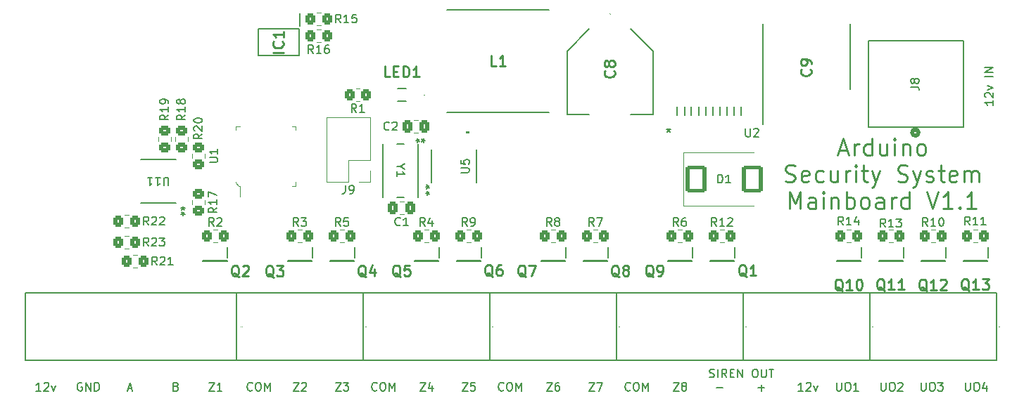
<source format=gto>
%TF.GenerationSoftware,KiCad,Pcbnew,7.0.6*%
%TF.CreationDate,2025-01-04T20:54:09+10:30*%
%TF.ProjectId,Security Panel Mainboard,53656375-7269-4747-9920-50616e656c20,rev?*%
%TF.SameCoordinates,Original*%
%TF.FileFunction,Legend,Top*%
%TF.FilePolarity,Positive*%
%FSLAX46Y46*%
G04 Gerber Fmt 4.6, Leading zero omitted, Abs format (unit mm)*
G04 Created by KiCad (PCBNEW 7.0.6) date 2025-01-04 20:54:09*
%MOMM*%
%LPD*%
G01*
G04 APERTURE LIST*
G04 Aperture macros list*
%AMRoundRect*
0 Rectangle with rounded corners*
0 $1 Rounding radius*
0 $2 $3 $4 $5 $6 $7 $8 $9 X,Y pos of 4 corners*
0 Add a 4 corners polygon primitive as box body*
4,1,4,$2,$3,$4,$5,$6,$7,$8,$9,$2,$3,0*
0 Add four circle primitives for the rounded corners*
1,1,$1+$1,$2,$3*
1,1,$1+$1,$4,$5*
1,1,$1+$1,$6,$7*
1,1,$1+$1,$8,$9*
0 Add four rect primitives between the rounded corners*
20,1,$1+$1,$2,$3,$4,$5,0*
20,1,$1+$1,$4,$5,$6,$7,0*
20,1,$1+$1,$6,$7,$8,$9,0*
20,1,$1+$1,$8,$9,$2,$3,0*%
G04 Aperture macros list end*
%ADD10C,0.150000*%
%ADD11C,0.250000*%
%ADD12C,0.254000*%
%ADD13C,0.508000*%
%ADD14C,0.152400*%
%ADD15C,0.200000*%
%ADD16C,0.120000*%
%ADD17C,0.100000*%
%ADD18C,0.050000*%
%ADD19C,1.524000*%
%ADD20R,0.650000X1.525000*%
%ADD21R,2.150000X5.100000*%
%ADD22R,0.600000X1.300000*%
%ADD23RoundRect,0.250000X-0.350000X-0.450000X0.350000X-0.450000X0.350000X0.450000X-0.350000X0.450000X0*%
%ADD24R,1.092200X1.193800*%
%ADD25RoundRect,0.250000X0.350000X0.450000X-0.350000X0.450000X-0.350000X-0.450000X0.350000X-0.450000X0*%
%ADD26RoundRect,0.250000X-0.450000X0.350000X-0.450000X-0.350000X0.450000X-0.350000X0.450000X0.350000X0*%
%ADD27R,1.980000X1.980000*%
%ADD28C,1.980000*%
%ADD29R,1.400000X1.500000*%
%ADD30R,1.454899X0.532600*%
%ADD31R,3.300000X5.050000*%
%ADD32R,1.700000X1.700000*%
%ADD33O,1.700000X1.700000*%
%ADD34R,0.550000X1.500000*%
%ADD35R,1.500000X0.550000*%
%ADD36RoundRect,0.250000X1.000000X-1.400000X1.000000X1.400000X-1.000000X1.400000X-1.000000X-1.400000X0*%
%ADD37RoundRect,0.250000X0.450000X-0.350000X0.450000X0.350000X-0.450000X0.350000X-0.450000X-0.350000X0*%
%ADD38R,2.000000X4.100000*%
%ADD39R,0.939000X3.493999*%
%ADD40R,10.464800X11.379200*%
%ADD41R,0.354800X1.402099*%
%ADD42RoundRect,0.250000X0.337500X0.475000X-0.337500X0.475000X-0.337500X-0.475000X0.337500X-0.475000X0*%
%ADD43C,1.950000*%
G04 APERTURE END LIST*
D10*
X166659160Y-156962200D02*
X166802017Y-157009819D01*
X166802017Y-157009819D02*
X167040112Y-157009819D01*
X167040112Y-157009819D02*
X167135350Y-156962200D01*
X167135350Y-156962200D02*
X167182969Y-156914580D01*
X167182969Y-156914580D02*
X167230588Y-156819342D01*
X167230588Y-156819342D02*
X167230588Y-156724104D01*
X167230588Y-156724104D02*
X167182969Y-156628866D01*
X167182969Y-156628866D02*
X167135350Y-156581247D01*
X167135350Y-156581247D02*
X167040112Y-156533628D01*
X167040112Y-156533628D02*
X166849636Y-156486009D01*
X166849636Y-156486009D02*
X166754398Y-156438390D01*
X166754398Y-156438390D02*
X166706779Y-156390771D01*
X166706779Y-156390771D02*
X166659160Y-156295533D01*
X166659160Y-156295533D02*
X166659160Y-156200295D01*
X166659160Y-156200295D02*
X166706779Y-156105057D01*
X166706779Y-156105057D02*
X166754398Y-156057438D01*
X166754398Y-156057438D02*
X166849636Y-156009819D01*
X166849636Y-156009819D02*
X167087731Y-156009819D01*
X167087731Y-156009819D02*
X167230588Y-156057438D01*
X167659160Y-157009819D02*
X167659160Y-156009819D01*
X168706778Y-157009819D02*
X168373445Y-156533628D01*
X168135350Y-157009819D02*
X168135350Y-156009819D01*
X168135350Y-156009819D02*
X168516302Y-156009819D01*
X168516302Y-156009819D02*
X168611540Y-156057438D01*
X168611540Y-156057438D02*
X168659159Y-156105057D01*
X168659159Y-156105057D02*
X168706778Y-156200295D01*
X168706778Y-156200295D02*
X168706778Y-156343152D01*
X168706778Y-156343152D02*
X168659159Y-156438390D01*
X168659159Y-156438390D02*
X168611540Y-156486009D01*
X168611540Y-156486009D02*
X168516302Y-156533628D01*
X168516302Y-156533628D02*
X168135350Y-156533628D01*
X169135350Y-156486009D02*
X169468683Y-156486009D01*
X169611540Y-157009819D02*
X169135350Y-157009819D01*
X169135350Y-157009819D02*
X169135350Y-156009819D01*
X169135350Y-156009819D02*
X169611540Y-156009819D01*
X170040112Y-157009819D02*
X170040112Y-156009819D01*
X170040112Y-156009819D02*
X170611540Y-157009819D01*
X170611540Y-157009819D02*
X170611540Y-156009819D01*
X172040112Y-156009819D02*
X172230588Y-156009819D01*
X172230588Y-156009819D02*
X172325826Y-156057438D01*
X172325826Y-156057438D02*
X172421064Y-156152676D01*
X172421064Y-156152676D02*
X172468683Y-156343152D01*
X172468683Y-156343152D02*
X172468683Y-156676485D01*
X172468683Y-156676485D02*
X172421064Y-156866961D01*
X172421064Y-156866961D02*
X172325826Y-156962200D01*
X172325826Y-156962200D02*
X172230588Y-157009819D01*
X172230588Y-157009819D02*
X172040112Y-157009819D01*
X172040112Y-157009819D02*
X171944874Y-156962200D01*
X171944874Y-156962200D02*
X171849636Y-156866961D01*
X171849636Y-156866961D02*
X171802017Y-156676485D01*
X171802017Y-156676485D02*
X171802017Y-156343152D01*
X171802017Y-156343152D02*
X171849636Y-156152676D01*
X171849636Y-156152676D02*
X171944874Y-156057438D01*
X171944874Y-156057438D02*
X172040112Y-156009819D01*
X172897255Y-156009819D02*
X172897255Y-156819342D01*
X172897255Y-156819342D02*
X172944874Y-156914580D01*
X172944874Y-156914580D02*
X172992493Y-156962200D01*
X172992493Y-156962200D02*
X173087731Y-157009819D01*
X173087731Y-157009819D02*
X173278207Y-157009819D01*
X173278207Y-157009819D02*
X173373445Y-156962200D01*
X173373445Y-156962200D02*
X173421064Y-156914580D01*
X173421064Y-156914580D02*
X173468683Y-156819342D01*
X173468683Y-156819342D02*
X173468683Y-156009819D01*
X173802017Y-156009819D02*
X174373445Y-156009819D01*
X174087731Y-157009819D02*
X174087731Y-156009819D01*
X167468684Y-158238866D02*
X168230589Y-158238866D01*
X172516304Y-158238866D02*
X173278209Y-158238866D01*
X172897256Y-158619819D02*
X172897256Y-157857914D01*
X197440779Y-157619819D02*
X197440779Y-158429342D01*
X197440779Y-158429342D02*
X197488398Y-158524580D01*
X197488398Y-158524580D02*
X197536017Y-158572200D01*
X197536017Y-158572200D02*
X197631255Y-158619819D01*
X197631255Y-158619819D02*
X197821731Y-158619819D01*
X197821731Y-158619819D02*
X197916969Y-158572200D01*
X197916969Y-158572200D02*
X197964588Y-158524580D01*
X197964588Y-158524580D02*
X198012207Y-158429342D01*
X198012207Y-158429342D02*
X198012207Y-157619819D01*
X198678874Y-157619819D02*
X198869350Y-157619819D01*
X198869350Y-157619819D02*
X198964588Y-157667438D01*
X198964588Y-157667438D02*
X199059826Y-157762676D01*
X199059826Y-157762676D02*
X199107445Y-157953152D01*
X199107445Y-157953152D02*
X199107445Y-158286485D01*
X199107445Y-158286485D02*
X199059826Y-158476961D01*
X199059826Y-158476961D02*
X198964588Y-158572200D01*
X198964588Y-158572200D02*
X198869350Y-158619819D01*
X198869350Y-158619819D02*
X198678874Y-158619819D01*
X198678874Y-158619819D02*
X198583636Y-158572200D01*
X198583636Y-158572200D02*
X198488398Y-158476961D01*
X198488398Y-158476961D02*
X198440779Y-158286485D01*
X198440779Y-158286485D02*
X198440779Y-157953152D01*
X198440779Y-157953152D02*
X198488398Y-157762676D01*
X198488398Y-157762676D02*
X198583636Y-157667438D01*
X198583636Y-157667438D02*
X198678874Y-157619819D01*
X199964588Y-157953152D02*
X199964588Y-158619819D01*
X199726493Y-157572200D02*
X199488398Y-158286485D01*
X199488398Y-158286485D02*
X200107445Y-158286485D01*
X152133541Y-157619819D02*
X152800207Y-157619819D01*
X152800207Y-157619819D02*
X152133541Y-158619819D01*
X152133541Y-158619819D02*
X152800207Y-158619819D01*
X153085922Y-157619819D02*
X153752588Y-157619819D01*
X153752588Y-157619819D02*
X153324017Y-158619819D01*
X157118207Y-158524580D02*
X157070588Y-158572200D01*
X157070588Y-158572200D02*
X156927731Y-158619819D01*
X156927731Y-158619819D02*
X156832493Y-158619819D01*
X156832493Y-158619819D02*
X156689636Y-158572200D01*
X156689636Y-158572200D02*
X156594398Y-158476961D01*
X156594398Y-158476961D02*
X156546779Y-158381723D01*
X156546779Y-158381723D02*
X156499160Y-158191247D01*
X156499160Y-158191247D02*
X156499160Y-158048390D01*
X156499160Y-158048390D02*
X156546779Y-157857914D01*
X156546779Y-157857914D02*
X156594398Y-157762676D01*
X156594398Y-157762676D02*
X156689636Y-157667438D01*
X156689636Y-157667438D02*
X156832493Y-157619819D01*
X156832493Y-157619819D02*
X156927731Y-157619819D01*
X156927731Y-157619819D02*
X157070588Y-157667438D01*
X157070588Y-157667438D02*
X157118207Y-157715057D01*
X157737255Y-157619819D02*
X157927731Y-157619819D01*
X157927731Y-157619819D02*
X158022969Y-157667438D01*
X158022969Y-157667438D02*
X158118207Y-157762676D01*
X158118207Y-157762676D02*
X158165826Y-157953152D01*
X158165826Y-157953152D02*
X158165826Y-158286485D01*
X158165826Y-158286485D02*
X158118207Y-158476961D01*
X158118207Y-158476961D02*
X158022969Y-158572200D01*
X158022969Y-158572200D02*
X157927731Y-158619819D01*
X157927731Y-158619819D02*
X157737255Y-158619819D01*
X157737255Y-158619819D02*
X157642017Y-158572200D01*
X157642017Y-158572200D02*
X157546779Y-158476961D01*
X157546779Y-158476961D02*
X157499160Y-158286485D01*
X157499160Y-158286485D02*
X157499160Y-157953152D01*
X157499160Y-157953152D02*
X157546779Y-157762676D01*
X157546779Y-157762676D02*
X157642017Y-157667438D01*
X157642017Y-157667438D02*
X157737255Y-157619819D01*
X158594398Y-158619819D02*
X158594398Y-157619819D01*
X158594398Y-157619819D02*
X158927731Y-158334104D01*
X158927731Y-158334104D02*
X159261064Y-157619819D01*
X159261064Y-157619819D02*
X159261064Y-158619819D01*
X181946779Y-157619819D02*
X181946779Y-158429342D01*
X181946779Y-158429342D02*
X181994398Y-158524580D01*
X181994398Y-158524580D02*
X182042017Y-158572200D01*
X182042017Y-158572200D02*
X182137255Y-158619819D01*
X182137255Y-158619819D02*
X182327731Y-158619819D01*
X182327731Y-158619819D02*
X182422969Y-158572200D01*
X182422969Y-158572200D02*
X182470588Y-158524580D01*
X182470588Y-158524580D02*
X182518207Y-158429342D01*
X182518207Y-158429342D02*
X182518207Y-157619819D01*
X183184874Y-157619819D02*
X183375350Y-157619819D01*
X183375350Y-157619819D02*
X183470588Y-157667438D01*
X183470588Y-157667438D02*
X183565826Y-157762676D01*
X183565826Y-157762676D02*
X183613445Y-157953152D01*
X183613445Y-157953152D02*
X183613445Y-158286485D01*
X183613445Y-158286485D02*
X183565826Y-158476961D01*
X183565826Y-158476961D02*
X183470588Y-158572200D01*
X183470588Y-158572200D02*
X183375350Y-158619819D01*
X183375350Y-158619819D02*
X183184874Y-158619819D01*
X183184874Y-158619819D02*
X183089636Y-158572200D01*
X183089636Y-158572200D02*
X182994398Y-158476961D01*
X182994398Y-158476961D02*
X182946779Y-158286485D01*
X182946779Y-158286485D02*
X182946779Y-157953152D01*
X182946779Y-157953152D02*
X182994398Y-157762676D01*
X182994398Y-157762676D02*
X183089636Y-157667438D01*
X183089636Y-157667438D02*
X183184874Y-157619819D01*
X184565826Y-158619819D02*
X183994398Y-158619819D01*
X184280112Y-158619819D02*
X184280112Y-157619819D01*
X184280112Y-157619819D02*
X184184874Y-157762676D01*
X184184874Y-157762676D02*
X184089636Y-157857914D01*
X184089636Y-157857914D02*
X183994398Y-157905533D01*
X200783819Y-123599411D02*
X200783819Y-124170839D01*
X200783819Y-123885125D02*
X199783819Y-123885125D01*
X199783819Y-123885125D02*
X199926676Y-123980363D01*
X199926676Y-123980363D02*
X200021914Y-124075601D01*
X200021914Y-124075601D02*
X200069533Y-124170839D01*
X199879057Y-123218458D02*
X199831438Y-123170839D01*
X199831438Y-123170839D02*
X199783819Y-123075601D01*
X199783819Y-123075601D02*
X199783819Y-122837506D01*
X199783819Y-122837506D02*
X199831438Y-122742268D01*
X199831438Y-122742268D02*
X199879057Y-122694649D01*
X199879057Y-122694649D02*
X199974295Y-122647030D01*
X199974295Y-122647030D02*
X200069533Y-122647030D01*
X200069533Y-122647030D02*
X200212390Y-122694649D01*
X200212390Y-122694649D02*
X200783819Y-123266077D01*
X200783819Y-123266077D02*
X200783819Y-122647030D01*
X200117152Y-122313696D02*
X200783819Y-122075601D01*
X200783819Y-122075601D02*
X200117152Y-121837506D01*
X200783819Y-120694648D02*
X199783819Y-120694648D01*
X200783819Y-120218458D02*
X199783819Y-120218458D01*
X199783819Y-120218458D02*
X200783819Y-119647030D01*
X200783819Y-119647030D02*
X199783819Y-119647030D01*
X187280779Y-157619819D02*
X187280779Y-158429342D01*
X187280779Y-158429342D02*
X187328398Y-158524580D01*
X187328398Y-158524580D02*
X187376017Y-158572200D01*
X187376017Y-158572200D02*
X187471255Y-158619819D01*
X187471255Y-158619819D02*
X187661731Y-158619819D01*
X187661731Y-158619819D02*
X187756969Y-158572200D01*
X187756969Y-158572200D02*
X187804588Y-158524580D01*
X187804588Y-158524580D02*
X187852207Y-158429342D01*
X187852207Y-158429342D02*
X187852207Y-157619819D01*
X188518874Y-157619819D02*
X188709350Y-157619819D01*
X188709350Y-157619819D02*
X188804588Y-157667438D01*
X188804588Y-157667438D02*
X188899826Y-157762676D01*
X188899826Y-157762676D02*
X188947445Y-157953152D01*
X188947445Y-157953152D02*
X188947445Y-158286485D01*
X188947445Y-158286485D02*
X188899826Y-158476961D01*
X188899826Y-158476961D02*
X188804588Y-158572200D01*
X188804588Y-158572200D02*
X188709350Y-158619819D01*
X188709350Y-158619819D02*
X188518874Y-158619819D01*
X188518874Y-158619819D02*
X188423636Y-158572200D01*
X188423636Y-158572200D02*
X188328398Y-158476961D01*
X188328398Y-158476961D02*
X188280779Y-158286485D01*
X188280779Y-158286485D02*
X188280779Y-157953152D01*
X188280779Y-157953152D02*
X188328398Y-157762676D01*
X188328398Y-157762676D02*
X188423636Y-157667438D01*
X188423636Y-157667438D02*
X188518874Y-157619819D01*
X189328398Y-157715057D02*
X189376017Y-157667438D01*
X189376017Y-157667438D02*
X189471255Y-157619819D01*
X189471255Y-157619819D02*
X189709350Y-157619819D01*
X189709350Y-157619819D02*
X189804588Y-157667438D01*
X189804588Y-157667438D02*
X189852207Y-157715057D01*
X189852207Y-157715057D02*
X189899826Y-157810295D01*
X189899826Y-157810295D02*
X189899826Y-157905533D01*
X189899826Y-157905533D02*
X189852207Y-158048390D01*
X189852207Y-158048390D02*
X189280779Y-158619819D01*
X189280779Y-158619819D02*
X189899826Y-158619819D01*
X192106779Y-157619819D02*
X192106779Y-158429342D01*
X192106779Y-158429342D02*
X192154398Y-158524580D01*
X192154398Y-158524580D02*
X192202017Y-158572200D01*
X192202017Y-158572200D02*
X192297255Y-158619819D01*
X192297255Y-158619819D02*
X192487731Y-158619819D01*
X192487731Y-158619819D02*
X192582969Y-158572200D01*
X192582969Y-158572200D02*
X192630588Y-158524580D01*
X192630588Y-158524580D02*
X192678207Y-158429342D01*
X192678207Y-158429342D02*
X192678207Y-157619819D01*
X193344874Y-157619819D02*
X193535350Y-157619819D01*
X193535350Y-157619819D02*
X193630588Y-157667438D01*
X193630588Y-157667438D02*
X193725826Y-157762676D01*
X193725826Y-157762676D02*
X193773445Y-157953152D01*
X193773445Y-157953152D02*
X193773445Y-158286485D01*
X193773445Y-158286485D02*
X193725826Y-158476961D01*
X193725826Y-158476961D02*
X193630588Y-158572200D01*
X193630588Y-158572200D02*
X193535350Y-158619819D01*
X193535350Y-158619819D02*
X193344874Y-158619819D01*
X193344874Y-158619819D02*
X193249636Y-158572200D01*
X193249636Y-158572200D02*
X193154398Y-158476961D01*
X193154398Y-158476961D02*
X193106779Y-158286485D01*
X193106779Y-158286485D02*
X193106779Y-157953152D01*
X193106779Y-157953152D02*
X193154398Y-157762676D01*
X193154398Y-157762676D02*
X193249636Y-157667438D01*
X193249636Y-157667438D02*
X193344874Y-157619819D01*
X194106779Y-157619819D02*
X194725826Y-157619819D01*
X194725826Y-157619819D02*
X194392493Y-158000771D01*
X194392493Y-158000771D02*
X194535350Y-158000771D01*
X194535350Y-158000771D02*
X194630588Y-158048390D01*
X194630588Y-158048390D02*
X194678207Y-158096009D01*
X194678207Y-158096009D02*
X194725826Y-158191247D01*
X194725826Y-158191247D02*
X194725826Y-158429342D01*
X194725826Y-158429342D02*
X194678207Y-158524580D01*
X194678207Y-158524580D02*
X194630588Y-158572200D01*
X194630588Y-158572200D02*
X194535350Y-158619819D01*
X194535350Y-158619819D02*
X194249636Y-158619819D01*
X194249636Y-158619819D02*
X194154398Y-158572200D01*
X194154398Y-158572200D02*
X194106779Y-158524580D01*
X121653541Y-157619819D02*
X122320207Y-157619819D01*
X122320207Y-157619819D02*
X121653541Y-158619819D01*
X121653541Y-158619819D02*
X122320207Y-158619819D01*
X122605922Y-157619819D02*
X123224969Y-157619819D01*
X123224969Y-157619819D02*
X122891636Y-158000771D01*
X122891636Y-158000771D02*
X123034493Y-158000771D01*
X123034493Y-158000771D02*
X123129731Y-158048390D01*
X123129731Y-158048390D02*
X123177350Y-158096009D01*
X123177350Y-158096009D02*
X123224969Y-158191247D01*
X123224969Y-158191247D02*
X123224969Y-158429342D01*
X123224969Y-158429342D02*
X123177350Y-158524580D01*
X123177350Y-158524580D02*
X123129731Y-158572200D01*
X123129731Y-158572200D02*
X123034493Y-158619819D01*
X123034493Y-158619819D02*
X122748779Y-158619819D01*
X122748779Y-158619819D02*
X122653541Y-158572200D01*
X122653541Y-158572200D02*
X122605922Y-158524580D01*
D11*
X182261523Y-129636809D02*
X183213904Y-129636809D01*
X182071047Y-130208238D02*
X182737713Y-128208238D01*
X182737713Y-128208238D02*
X183404380Y-130208238D01*
X184071047Y-130208238D02*
X184071047Y-128874904D01*
X184071047Y-129255857D02*
X184166285Y-129065380D01*
X184166285Y-129065380D02*
X184261523Y-128970142D01*
X184261523Y-128970142D02*
X184451999Y-128874904D01*
X184451999Y-128874904D02*
X184642476Y-128874904D01*
X186166285Y-130208238D02*
X186166285Y-128208238D01*
X186166285Y-130113000D02*
X185975809Y-130208238D01*
X185975809Y-130208238D02*
X185594856Y-130208238D01*
X185594856Y-130208238D02*
X185404380Y-130113000D01*
X185404380Y-130113000D02*
X185309142Y-130017761D01*
X185309142Y-130017761D02*
X185213904Y-129827285D01*
X185213904Y-129827285D02*
X185213904Y-129255857D01*
X185213904Y-129255857D02*
X185309142Y-129065380D01*
X185309142Y-129065380D02*
X185404380Y-128970142D01*
X185404380Y-128970142D02*
X185594856Y-128874904D01*
X185594856Y-128874904D02*
X185975809Y-128874904D01*
X185975809Y-128874904D02*
X186166285Y-128970142D01*
X187975809Y-128874904D02*
X187975809Y-130208238D01*
X187118666Y-128874904D02*
X187118666Y-129922523D01*
X187118666Y-129922523D02*
X187213904Y-130113000D01*
X187213904Y-130113000D02*
X187404380Y-130208238D01*
X187404380Y-130208238D02*
X187690095Y-130208238D01*
X187690095Y-130208238D02*
X187880571Y-130113000D01*
X187880571Y-130113000D02*
X187975809Y-130017761D01*
X188928190Y-130208238D02*
X188928190Y-128874904D01*
X188928190Y-128208238D02*
X188832952Y-128303476D01*
X188832952Y-128303476D02*
X188928190Y-128398714D01*
X188928190Y-128398714D02*
X189023428Y-128303476D01*
X189023428Y-128303476D02*
X188928190Y-128208238D01*
X188928190Y-128208238D02*
X188928190Y-128398714D01*
X189880571Y-128874904D02*
X189880571Y-130208238D01*
X189880571Y-129065380D02*
X189975809Y-128970142D01*
X189975809Y-128970142D02*
X190166285Y-128874904D01*
X190166285Y-128874904D02*
X190452000Y-128874904D01*
X190452000Y-128874904D02*
X190642476Y-128970142D01*
X190642476Y-128970142D02*
X190737714Y-129160619D01*
X190737714Y-129160619D02*
X190737714Y-130208238D01*
X191975809Y-130208238D02*
X191785333Y-130113000D01*
X191785333Y-130113000D02*
X191690095Y-130017761D01*
X191690095Y-130017761D02*
X191594857Y-129827285D01*
X191594857Y-129827285D02*
X191594857Y-129255857D01*
X191594857Y-129255857D02*
X191690095Y-129065380D01*
X191690095Y-129065380D02*
X191785333Y-128970142D01*
X191785333Y-128970142D02*
X191975809Y-128874904D01*
X191975809Y-128874904D02*
X192261524Y-128874904D01*
X192261524Y-128874904D02*
X192452000Y-128970142D01*
X192452000Y-128970142D02*
X192547238Y-129065380D01*
X192547238Y-129065380D02*
X192642476Y-129255857D01*
X192642476Y-129255857D02*
X192642476Y-129827285D01*
X192642476Y-129827285D02*
X192547238Y-130017761D01*
X192547238Y-130017761D02*
X192452000Y-130113000D01*
X192452000Y-130113000D02*
X192261524Y-130208238D01*
X192261524Y-130208238D02*
X191975809Y-130208238D01*
X175785332Y-133333000D02*
X176071046Y-133428238D01*
X176071046Y-133428238D02*
X176547237Y-133428238D01*
X176547237Y-133428238D02*
X176737713Y-133333000D01*
X176737713Y-133333000D02*
X176832951Y-133237761D01*
X176832951Y-133237761D02*
X176928189Y-133047285D01*
X176928189Y-133047285D02*
X176928189Y-132856809D01*
X176928189Y-132856809D02*
X176832951Y-132666333D01*
X176832951Y-132666333D02*
X176737713Y-132571095D01*
X176737713Y-132571095D02*
X176547237Y-132475857D01*
X176547237Y-132475857D02*
X176166284Y-132380619D01*
X176166284Y-132380619D02*
X175975808Y-132285380D01*
X175975808Y-132285380D02*
X175880570Y-132190142D01*
X175880570Y-132190142D02*
X175785332Y-131999666D01*
X175785332Y-131999666D02*
X175785332Y-131809190D01*
X175785332Y-131809190D02*
X175880570Y-131618714D01*
X175880570Y-131618714D02*
X175975808Y-131523476D01*
X175975808Y-131523476D02*
X176166284Y-131428238D01*
X176166284Y-131428238D02*
X176642475Y-131428238D01*
X176642475Y-131428238D02*
X176928189Y-131523476D01*
X178547237Y-133333000D02*
X178356761Y-133428238D01*
X178356761Y-133428238D02*
X177975808Y-133428238D01*
X177975808Y-133428238D02*
X177785332Y-133333000D01*
X177785332Y-133333000D02*
X177690094Y-133142523D01*
X177690094Y-133142523D02*
X177690094Y-132380619D01*
X177690094Y-132380619D02*
X177785332Y-132190142D01*
X177785332Y-132190142D02*
X177975808Y-132094904D01*
X177975808Y-132094904D02*
X178356761Y-132094904D01*
X178356761Y-132094904D02*
X178547237Y-132190142D01*
X178547237Y-132190142D02*
X178642475Y-132380619D01*
X178642475Y-132380619D02*
X178642475Y-132571095D01*
X178642475Y-132571095D02*
X177690094Y-132761571D01*
X180356761Y-133333000D02*
X180166285Y-133428238D01*
X180166285Y-133428238D02*
X179785332Y-133428238D01*
X179785332Y-133428238D02*
X179594856Y-133333000D01*
X179594856Y-133333000D02*
X179499618Y-133237761D01*
X179499618Y-133237761D02*
X179404380Y-133047285D01*
X179404380Y-133047285D02*
X179404380Y-132475857D01*
X179404380Y-132475857D02*
X179499618Y-132285380D01*
X179499618Y-132285380D02*
X179594856Y-132190142D01*
X179594856Y-132190142D02*
X179785332Y-132094904D01*
X179785332Y-132094904D02*
X180166285Y-132094904D01*
X180166285Y-132094904D02*
X180356761Y-132190142D01*
X182071047Y-132094904D02*
X182071047Y-133428238D01*
X181213904Y-132094904D02*
X181213904Y-133142523D01*
X181213904Y-133142523D02*
X181309142Y-133333000D01*
X181309142Y-133333000D02*
X181499618Y-133428238D01*
X181499618Y-133428238D02*
X181785333Y-133428238D01*
X181785333Y-133428238D02*
X181975809Y-133333000D01*
X181975809Y-133333000D02*
X182071047Y-133237761D01*
X183023428Y-133428238D02*
X183023428Y-132094904D01*
X183023428Y-132475857D02*
X183118666Y-132285380D01*
X183118666Y-132285380D02*
X183213904Y-132190142D01*
X183213904Y-132190142D02*
X183404380Y-132094904D01*
X183404380Y-132094904D02*
X183594857Y-132094904D01*
X184261523Y-133428238D02*
X184261523Y-132094904D01*
X184261523Y-131428238D02*
X184166285Y-131523476D01*
X184166285Y-131523476D02*
X184261523Y-131618714D01*
X184261523Y-131618714D02*
X184356761Y-131523476D01*
X184356761Y-131523476D02*
X184261523Y-131428238D01*
X184261523Y-131428238D02*
X184261523Y-131618714D01*
X184928190Y-132094904D02*
X185690094Y-132094904D01*
X185213904Y-131428238D02*
X185213904Y-133142523D01*
X185213904Y-133142523D02*
X185309142Y-133333000D01*
X185309142Y-133333000D02*
X185499618Y-133428238D01*
X185499618Y-133428238D02*
X185690094Y-133428238D01*
X186166285Y-132094904D02*
X186642475Y-133428238D01*
X187118666Y-132094904D02*
X186642475Y-133428238D01*
X186642475Y-133428238D02*
X186451999Y-133904428D01*
X186451999Y-133904428D02*
X186356761Y-133999666D01*
X186356761Y-133999666D02*
X186166285Y-134094904D01*
X189309143Y-133333000D02*
X189594857Y-133428238D01*
X189594857Y-133428238D02*
X190071048Y-133428238D01*
X190071048Y-133428238D02*
X190261524Y-133333000D01*
X190261524Y-133333000D02*
X190356762Y-133237761D01*
X190356762Y-133237761D02*
X190452000Y-133047285D01*
X190452000Y-133047285D02*
X190452000Y-132856809D01*
X190452000Y-132856809D02*
X190356762Y-132666333D01*
X190356762Y-132666333D02*
X190261524Y-132571095D01*
X190261524Y-132571095D02*
X190071048Y-132475857D01*
X190071048Y-132475857D02*
X189690095Y-132380619D01*
X189690095Y-132380619D02*
X189499619Y-132285380D01*
X189499619Y-132285380D02*
X189404381Y-132190142D01*
X189404381Y-132190142D02*
X189309143Y-131999666D01*
X189309143Y-131999666D02*
X189309143Y-131809190D01*
X189309143Y-131809190D02*
X189404381Y-131618714D01*
X189404381Y-131618714D02*
X189499619Y-131523476D01*
X189499619Y-131523476D02*
X189690095Y-131428238D01*
X189690095Y-131428238D02*
X190166286Y-131428238D01*
X190166286Y-131428238D02*
X190452000Y-131523476D01*
X191118667Y-132094904D02*
X191594857Y-133428238D01*
X192071048Y-132094904D02*
X191594857Y-133428238D01*
X191594857Y-133428238D02*
X191404381Y-133904428D01*
X191404381Y-133904428D02*
X191309143Y-133999666D01*
X191309143Y-133999666D02*
X191118667Y-134094904D01*
X192737715Y-133333000D02*
X192928191Y-133428238D01*
X192928191Y-133428238D02*
X193309143Y-133428238D01*
X193309143Y-133428238D02*
X193499620Y-133333000D01*
X193499620Y-133333000D02*
X193594858Y-133142523D01*
X193594858Y-133142523D02*
X193594858Y-133047285D01*
X193594858Y-133047285D02*
X193499620Y-132856809D01*
X193499620Y-132856809D02*
X193309143Y-132761571D01*
X193309143Y-132761571D02*
X193023429Y-132761571D01*
X193023429Y-132761571D02*
X192832953Y-132666333D01*
X192832953Y-132666333D02*
X192737715Y-132475857D01*
X192737715Y-132475857D02*
X192737715Y-132380619D01*
X192737715Y-132380619D02*
X192832953Y-132190142D01*
X192832953Y-132190142D02*
X193023429Y-132094904D01*
X193023429Y-132094904D02*
X193309143Y-132094904D01*
X193309143Y-132094904D02*
X193499620Y-132190142D01*
X194166287Y-132094904D02*
X194928191Y-132094904D01*
X194452001Y-131428238D02*
X194452001Y-133142523D01*
X194452001Y-133142523D02*
X194547239Y-133333000D01*
X194547239Y-133333000D02*
X194737715Y-133428238D01*
X194737715Y-133428238D02*
X194928191Y-133428238D01*
X196356763Y-133333000D02*
X196166287Y-133428238D01*
X196166287Y-133428238D02*
X195785334Y-133428238D01*
X195785334Y-133428238D02*
X195594858Y-133333000D01*
X195594858Y-133333000D02*
X195499620Y-133142523D01*
X195499620Y-133142523D02*
X195499620Y-132380619D01*
X195499620Y-132380619D02*
X195594858Y-132190142D01*
X195594858Y-132190142D02*
X195785334Y-132094904D01*
X195785334Y-132094904D02*
X196166287Y-132094904D01*
X196166287Y-132094904D02*
X196356763Y-132190142D01*
X196356763Y-132190142D02*
X196452001Y-132380619D01*
X196452001Y-132380619D02*
X196452001Y-132571095D01*
X196452001Y-132571095D02*
X195499620Y-132761571D01*
X197309144Y-133428238D02*
X197309144Y-132094904D01*
X197309144Y-132285380D02*
X197404382Y-132190142D01*
X197404382Y-132190142D02*
X197594858Y-132094904D01*
X197594858Y-132094904D02*
X197880573Y-132094904D01*
X197880573Y-132094904D02*
X198071049Y-132190142D01*
X198071049Y-132190142D02*
X198166287Y-132380619D01*
X198166287Y-132380619D02*
X198166287Y-133428238D01*
X198166287Y-132380619D02*
X198261525Y-132190142D01*
X198261525Y-132190142D02*
X198452001Y-132094904D01*
X198452001Y-132094904D02*
X198737715Y-132094904D01*
X198737715Y-132094904D02*
X198928192Y-132190142D01*
X198928192Y-132190142D02*
X199023430Y-132380619D01*
X199023430Y-132380619D02*
X199023430Y-133428238D01*
X176261523Y-136648238D02*
X176261523Y-134648238D01*
X176261523Y-134648238D02*
X176928190Y-136076809D01*
X176928190Y-136076809D02*
X177594856Y-134648238D01*
X177594856Y-134648238D02*
X177594856Y-136648238D01*
X179404380Y-136648238D02*
X179404380Y-135600619D01*
X179404380Y-135600619D02*
X179309142Y-135410142D01*
X179309142Y-135410142D02*
X179118666Y-135314904D01*
X179118666Y-135314904D02*
X178737713Y-135314904D01*
X178737713Y-135314904D02*
X178547237Y-135410142D01*
X179404380Y-136553000D02*
X179213904Y-136648238D01*
X179213904Y-136648238D02*
X178737713Y-136648238D01*
X178737713Y-136648238D02*
X178547237Y-136553000D01*
X178547237Y-136553000D02*
X178451999Y-136362523D01*
X178451999Y-136362523D02*
X178451999Y-136172047D01*
X178451999Y-136172047D02*
X178547237Y-135981571D01*
X178547237Y-135981571D02*
X178737713Y-135886333D01*
X178737713Y-135886333D02*
X179213904Y-135886333D01*
X179213904Y-135886333D02*
X179404380Y-135791095D01*
X180356761Y-136648238D02*
X180356761Y-135314904D01*
X180356761Y-134648238D02*
X180261523Y-134743476D01*
X180261523Y-134743476D02*
X180356761Y-134838714D01*
X180356761Y-134838714D02*
X180451999Y-134743476D01*
X180451999Y-134743476D02*
X180356761Y-134648238D01*
X180356761Y-134648238D02*
X180356761Y-134838714D01*
X181309142Y-135314904D02*
X181309142Y-136648238D01*
X181309142Y-135505380D02*
X181404380Y-135410142D01*
X181404380Y-135410142D02*
X181594856Y-135314904D01*
X181594856Y-135314904D02*
X181880571Y-135314904D01*
X181880571Y-135314904D02*
X182071047Y-135410142D01*
X182071047Y-135410142D02*
X182166285Y-135600619D01*
X182166285Y-135600619D02*
X182166285Y-136648238D01*
X183118666Y-136648238D02*
X183118666Y-134648238D01*
X183118666Y-135410142D02*
X183309142Y-135314904D01*
X183309142Y-135314904D02*
X183690095Y-135314904D01*
X183690095Y-135314904D02*
X183880571Y-135410142D01*
X183880571Y-135410142D02*
X183975809Y-135505380D01*
X183975809Y-135505380D02*
X184071047Y-135695857D01*
X184071047Y-135695857D02*
X184071047Y-136267285D01*
X184071047Y-136267285D02*
X183975809Y-136457761D01*
X183975809Y-136457761D02*
X183880571Y-136553000D01*
X183880571Y-136553000D02*
X183690095Y-136648238D01*
X183690095Y-136648238D02*
X183309142Y-136648238D01*
X183309142Y-136648238D02*
X183118666Y-136553000D01*
X185213904Y-136648238D02*
X185023428Y-136553000D01*
X185023428Y-136553000D02*
X184928190Y-136457761D01*
X184928190Y-136457761D02*
X184832952Y-136267285D01*
X184832952Y-136267285D02*
X184832952Y-135695857D01*
X184832952Y-135695857D02*
X184928190Y-135505380D01*
X184928190Y-135505380D02*
X185023428Y-135410142D01*
X185023428Y-135410142D02*
X185213904Y-135314904D01*
X185213904Y-135314904D02*
X185499619Y-135314904D01*
X185499619Y-135314904D02*
X185690095Y-135410142D01*
X185690095Y-135410142D02*
X185785333Y-135505380D01*
X185785333Y-135505380D02*
X185880571Y-135695857D01*
X185880571Y-135695857D02*
X185880571Y-136267285D01*
X185880571Y-136267285D02*
X185785333Y-136457761D01*
X185785333Y-136457761D02*
X185690095Y-136553000D01*
X185690095Y-136553000D02*
X185499619Y-136648238D01*
X185499619Y-136648238D02*
X185213904Y-136648238D01*
X187594857Y-136648238D02*
X187594857Y-135600619D01*
X187594857Y-135600619D02*
X187499619Y-135410142D01*
X187499619Y-135410142D02*
X187309143Y-135314904D01*
X187309143Y-135314904D02*
X186928190Y-135314904D01*
X186928190Y-135314904D02*
X186737714Y-135410142D01*
X187594857Y-136553000D02*
X187404381Y-136648238D01*
X187404381Y-136648238D02*
X186928190Y-136648238D01*
X186928190Y-136648238D02*
X186737714Y-136553000D01*
X186737714Y-136553000D02*
X186642476Y-136362523D01*
X186642476Y-136362523D02*
X186642476Y-136172047D01*
X186642476Y-136172047D02*
X186737714Y-135981571D01*
X186737714Y-135981571D02*
X186928190Y-135886333D01*
X186928190Y-135886333D02*
X187404381Y-135886333D01*
X187404381Y-135886333D02*
X187594857Y-135791095D01*
X188547238Y-136648238D02*
X188547238Y-135314904D01*
X188547238Y-135695857D02*
X188642476Y-135505380D01*
X188642476Y-135505380D02*
X188737714Y-135410142D01*
X188737714Y-135410142D02*
X188928190Y-135314904D01*
X188928190Y-135314904D02*
X189118667Y-135314904D01*
X190642476Y-136648238D02*
X190642476Y-134648238D01*
X190642476Y-136553000D02*
X190452000Y-136648238D01*
X190452000Y-136648238D02*
X190071047Y-136648238D01*
X190071047Y-136648238D02*
X189880571Y-136553000D01*
X189880571Y-136553000D02*
X189785333Y-136457761D01*
X189785333Y-136457761D02*
X189690095Y-136267285D01*
X189690095Y-136267285D02*
X189690095Y-135695857D01*
X189690095Y-135695857D02*
X189785333Y-135505380D01*
X189785333Y-135505380D02*
X189880571Y-135410142D01*
X189880571Y-135410142D02*
X190071047Y-135314904D01*
X190071047Y-135314904D02*
X190452000Y-135314904D01*
X190452000Y-135314904D02*
X190642476Y-135410142D01*
X192832953Y-134648238D02*
X193499619Y-136648238D01*
X193499619Y-136648238D02*
X194166286Y-134648238D01*
X195880572Y-136648238D02*
X194737715Y-136648238D01*
X195309143Y-136648238D02*
X195309143Y-134648238D01*
X195309143Y-134648238D02*
X195118667Y-134933952D01*
X195118667Y-134933952D02*
X194928191Y-135124428D01*
X194928191Y-135124428D02*
X194737715Y-135219666D01*
X196737715Y-136457761D02*
X196832953Y-136553000D01*
X196832953Y-136553000D02*
X196737715Y-136648238D01*
X196737715Y-136648238D02*
X196642477Y-136553000D01*
X196642477Y-136553000D02*
X196737715Y-136457761D01*
X196737715Y-136457761D02*
X196737715Y-136648238D01*
X198737715Y-136648238D02*
X197594858Y-136648238D01*
X198166286Y-136648238D02*
X198166286Y-134648238D01*
X198166286Y-134648238D02*
X197975810Y-134933952D01*
X197975810Y-134933952D02*
X197785334Y-135124428D01*
X197785334Y-135124428D02*
X197594858Y-135219666D01*
D10*
X126638207Y-158524580D02*
X126590588Y-158572200D01*
X126590588Y-158572200D02*
X126447731Y-158619819D01*
X126447731Y-158619819D02*
X126352493Y-158619819D01*
X126352493Y-158619819D02*
X126209636Y-158572200D01*
X126209636Y-158572200D02*
X126114398Y-158476961D01*
X126114398Y-158476961D02*
X126066779Y-158381723D01*
X126066779Y-158381723D02*
X126019160Y-158191247D01*
X126019160Y-158191247D02*
X126019160Y-158048390D01*
X126019160Y-158048390D02*
X126066779Y-157857914D01*
X126066779Y-157857914D02*
X126114398Y-157762676D01*
X126114398Y-157762676D02*
X126209636Y-157667438D01*
X126209636Y-157667438D02*
X126352493Y-157619819D01*
X126352493Y-157619819D02*
X126447731Y-157619819D01*
X126447731Y-157619819D02*
X126590588Y-157667438D01*
X126590588Y-157667438D02*
X126638207Y-157715057D01*
X127257255Y-157619819D02*
X127447731Y-157619819D01*
X127447731Y-157619819D02*
X127542969Y-157667438D01*
X127542969Y-157667438D02*
X127638207Y-157762676D01*
X127638207Y-157762676D02*
X127685826Y-157953152D01*
X127685826Y-157953152D02*
X127685826Y-158286485D01*
X127685826Y-158286485D02*
X127638207Y-158476961D01*
X127638207Y-158476961D02*
X127542969Y-158572200D01*
X127542969Y-158572200D02*
X127447731Y-158619819D01*
X127447731Y-158619819D02*
X127257255Y-158619819D01*
X127257255Y-158619819D02*
X127162017Y-158572200D01*
X127162017Y-158572200D02*
X127066779Y-158476961D01*
X127066779Y-158476961D02*
X127019160Y-158286485D01*
X127019160Y-158286485D02*
X127019160Y-157953152D01*
X127019160Y-157953152D02*
X127066779Y-157762676D01*
X127066779Y-157762676D02*
X127162017Y-157667438D01*
X127162017Y-157667438D02*
X127257255Y-157619819D01*
X128114398Y-158619819D02*
X128114398Y-157619819D01*
X128114398Y-157619819D02*
X128447731Y-158334104D01*
X128447731Y-158334104D02*
X128781064Y-157619819D01*
X128781064Y-157619819D02*
X128781064Y-158619819D01*
X147053541Y-157619819D02*
X147720207Y-157619819D01*
X147720207Y-157619819D02*
X147053541Y-158619819D01*
X147053541Y-158619819D02*
X147720207Y-158619819D01*
X148529731Y-157619819D02*
X148339255Y-157619819D01*
X148339255Y-157619819D02*
X148244017Y-157667438D01*
X148244017Y-157667438D02*
X148196398Y-157715057D01*
X148196398Y-157715057D02*
X148101160Y-157857914D01*
X148101160Y-157857914D02*
X148053541Y-158048390D01*
X148053541Y-158048390D02*
X148053541Y-158429342D01*
X148053541Y-158429342D02*
X148101160Y-158524580D01*
X148101160Y-158524580D02*
X148148779Y-158572200D01*
X148148779Y-158572200D02*
X148244017Y-158619819D01*
X148244017Y-158619819D02*
X148434493Y-158619819D01*
X148434493Y-158619819D02*
X148529731Y-158572200D01*
X148529731Y-158572200D02*
X148577350Y-158524580D01*
X148577350Y-158524580D02*
X148624969Y-158429342D01*
X148624969Y-158429342D02*
X148624969Y-158191247D01*
X148624969Y-158191247D02*
X148577350Y-158096009D01*
X148577350Y-158096009D02*
X148529731Y-158048390D01*
X148529731Y-158048390D02*
X148434493Y-158000771D01*
X148434493Y-158000771D02*
X148244017Y-158000771D01*
X148244017Y-158000771D02*
X148148779Y-158048390D01*
X148148779Y-158048390D02*
X148101160Y-158096009D01*
X148101160Y-158096009D02*
X148053541Y-158191247D01*
X136893541Y-157619819D02*
X137560207Y-157619819D01*
X137560207Y-157619819D02*
X136893541Y-158619819D01*
X136893541Y-158619819D02*
X137560207Y-158619819D01*
X138417350Y-157619819D02*
X137941160Y-157619819D01*
X137941160Y-157619819D02*
X137893541Y-158096009D01*
X137893541Y-158096009D02*
X137941160Y-158048390D01*
X137941160Y-158048390D02*
X138036398Y-158000771D01*
X138036398Y-158000771D02*
X138274493Y-158000771D01*
X138274493Y-158000771D02*
X138369731Y-158048390D01*
X138369731Y-158048390D02*
X138417350Y-158096009D01*
X138417350Y-158096009D02*
X138464969Y-158191247D01*
X138464969Y-158191247D02*
X138464969Y-158429342D01*
X138464969Y-158429342D02*
X138417350Y-158524580D01*
X138417350Y-158524580D02*
X138369731Y-158572200D01*
X138369731Y-158572200D02*
X138274493Y-158619819D01*
X138274493Y-158619819D02*
X138036398Y-158619819D01*
X138036398Y-158619819D02*
X137941160Y-158572200D01*
X137941160Y-158572200D02*
X137893541Y-158524580D01*
X131813541Y-157619819D02*
X132480207Y-157619819D01*
X132480207Y-157619819D02*
X131813541Y-158619819D01*
X131813541Y-158619819D02*
X132480207Y-158619819D01*
X133289731Y-157953152D02*
X133289731Y-158619819D01*
X133051636Y-157572200D02*
X132813541Y-158286485D01*
X132813541Y-158286485D02*
X133432588Y-158286485D01*
X111652207Y-158524580D02*
X111604588Y-158572200D01*
X111604588Y-158572200D02*
X111461731Y-158619819D01*
X111461731Y-158619819D02*
X111366493Y-158619819D01*
X111366493Y-158619819D02*
X111223636Y-158572200D01*
X111223636Y-158572200D02*
X111128398Y-158476961D01*
X111128398Y-158476961D02*
X111080779Y-158381723D01*
X111080779Y-158381723D02*
X111033160Y-158191247D01*
X111033160Y-158191247D02*
X111033160Y-158048390D01*
X111033160Y-158048390D02*
X111080779Y-157857914D01*
X111080779Y-157857914D02*
X111128398Y-157762676D01*
X111128398Y-157762676D02*
X111223636Y-157667438D01*
X111223636Y-157667438D02*
X111366493Y-157619819D01*
X111366493Y-157619819D02*
X111461731Y-157619819D01*
X111461731Y-157619819D02*
X111604588Y-157667438D01*
X111604588Y-157667438D02*
X111652207Y-157715057D01*
X112271255Y-157619819D02*
X112461731Y-157619819D01*
X112461731Y-157619819D02*
X112556969Y-157667438D01*
X112556969Y-157667438D02*
X112652207Y-157762676D01*
X112652207Y-157762676D02*
X112699826Y-157953152D01*
X112699826Y-157953152D02*
X112699826Y-158286485D01*
X112699826Y-158286485D02*
X112652207Y-158476961D01*
X112652207Y-158476961D02*
X112556969Y-158572200D01*
X112556969Y-158572200D02*
X112461731Y-158619819D01*
X112461731Y-158619819D02*
X112271255Y-158619819D01*
X112271255Y-158619819D02*
X112176017Y-158572200D01*
X112176017Y-158572200D02*
X112080779Y-158476961D01*
X112080779Y-158476961D02*
X112033160Y-158286485D01*
X112033160Y-158286485D02*
X112033160Y-157953152D01*
X112033160Y-157953152D02*
X112080779Y-157762676D01*
X112080779Y-157762676D02*
X112176017Y-157667438D01*
X112176017Y-157667438D02*
X112271255Y-157619819D01*
X113128398Y-158619819D02*
X113128398Y-157619819D01*
X113128398Y-157619819D02*
X113461731Y-158334104D01*
X113461731Y-158334104D02*
X113795064Y-157619819D01*
X113795064Y-157619819D02*
X113795064Y-158619819D01*
X177898588Y-158619819D02*
X177327160Y-158619819D01*
X177612874Y-158619819D02*
X177612874Y-157619819D01*
X177612874Y-157619819D02*
X177517636Y-157762676D01*
X177517636Y-157762676D02*
X177422398Y-157857914D01*
X177422398Y-157857914D02*
X177327160Y-157905533D01*
X178279541Y-157715057D02*
X178327160Y-157667438D01*
X178327160Y-157667438D02*
X178422398Y-157619819D01*
X178422398Y-157619819D02*
X178660493Y-157619819D01*
X178660493Y-157619819D02*
X178755731Y-157667438D01*
X178755731Y-157667438D02*
X178803350Y-157715057D01*
X178803350Y-157715057D02*
X178850969Y-157810295D01*
X178850969Y-157810295D02*
X178850969Y-157905533D01*
X178850969Y-157905533D02*
X178803350Y-158048390D01*
X178803350Y-158048390D02*
X178231922Y-158619819D01*
X178231922Y-158619819D02*
X178850969Y-158619819D01*
X179184303Y-157953152D02*
X179422398Y-158619819D01*
X179422398Y-158619819D02*
X179660493Y-157953152D01*
X86204588Y-158619819D02*
X85633160Y-158619819D01*
X85918874Y-158619819D02*
X85918874Y-157619819D01*
X85918874Y-157619819D02*
X85823636Y-157762676D01*
X85823636Y-157762676D02*
X85728398Y-157857914D01*
X85728398Y-157857914D02*
X85633160Y-157905533D01*
X86585541Y-157715057D02*
X86633160Y-157667438D01*
X86633160Y-157667438D02*
X86728398Y-157619819D01*
X86728398Y-157619819D02*
X86966493Y-157619819D01*
X86966493Y-157619819D02*
X87061731Y-157667438D01*
X87061731Y-157667438D02*
X87109350Y-157715057D01*
X87109350Y-157715057D02*
X87156969Y-157810295D01*
X87156969Y-157810295D02*
X87156969Y-157905533D01*
X87156969Y-157905533D02*
X87109350Y-158048390D01*
X87109350Y-158048390D02*
X86537922Y-158619819D01*
X86537922Y-158619819D02*
X87156969Y-158619819D01*
X87490303Y-157953152D02*
X87728398Y-158619819D01*
X87728398Y-158619819D02*
X87966493Y-157953152D01*
X91156970Y-157667438D02*
X91061732Y-157619819D01*
X91061732Y-157619819D02*
X90918875Y-157619819D01*
X90918875Y-157619819D02*
X90776018Y-157667438D01*
X90776018Y-157667438D02*
X90680780Y-157762676D01*
X90680780Y-157762676D02*
X90633161Y-157857914D01*
X90633161Y-157857914D02*
X90585542Y-158048390D01*
X90585542Y-158048390D02*
X90585542Y-158191247D01*
X90585542Y-158191247D02*
X90633161Y-158381723D01*
X90633161Y-158381723D02*
X90680780Y-158476961D01*
X90680780Y-158476961D02*
X90776018Y-158572200D01*
X90776018Y-158572200D02*
X90918875Y-158619819D01*
X90918875Y-158619819D02*
X91014113Y-158619819D01*
X91014113Y-158619819D02*
X91156970Y-158572200D01*
X91156970Y-158572200D02*
X91204589Y-158524580D01*
X91204589Y-158524580D02*
X91204589Y-158191247D01*
X91204589Y-158191247D02*
X91014113Y-158191247D01*
X91633161Y-158619819D02*
X91633161Y-157619819D01*
X91633161Y-157619819D02*
X92204589Y-158619819D01*
X92204589Y-158619819D02*
X92204589Y-157619819D01*
X92680780Y-158619819D02*
X92680780Y-157619819D01*
X92680780Y-157619819D02*
X92918875Y-157619819D01*
X92918875Y-157619819D02*
X93061732Y-157667438D01*
X93061732Y-157667438D02*
X93156970Y-157762676D01*
X93156970Y-157762676D02*
X93204589Y-157857914D01*
X93204589Y-157857914D02*
X93252208Y-158048390D01*
X93252208Y-158048390D02*
X93252208Y-158191247D01*
X93252208Y-158191247D02*
X93204589Y-158381723D01*
X93204589Y-158381723D02*
X93156970Y-158476961D01*
X93156970Y-158476961D02*
X93061732Y-158572200D01*
X93061732Y-158572200D02*
X92918875Y-158619819D01*
X92918875Y-158619819D02*
X92680780Y-158619819D01*
X96680781Y-158334104D02*
X97156971Y-158334104D01*
X96585543Y-158619819D02*
X96918876Y-157619819D01*
X96918876Y-157619819D02*
X97252209Y-158619819D01*
X102490306Y-158096009D02*
X102633163Y-158143628D01*
X102633163Y-158143628D02*
X102680782Y-158191247D01*
X102680782Y-158191247D02*
X102728401Y-158286485D01*
X102728401Y-158286485D02*
X102728401Y-158429342D01*
X102728401Y-158429342D02*
X102680782Y-158524580D01*
X102680782Y-158524580D02*
X102633163Y-158572200D01*
X102633163Y-158572200D02*
X102537925Y-158619819D01*
X102537925Y-158619819D02*
X102156973Y-158619819D01*
X102156973Y-158619819D02*
X102156973Y-157619819D01*
X102156973Y-157619819D02*
X102490306Y-157619819D01*
X102490306Y-157619819D02*
X102585544Y-157667438D01*
X102585544Y-157667438D02*
X102633163Y-157715057D01*
X102633163Y-157715057D02*
X102680782Y-157810295D01*
X102680782Y-157810295D02*
X102680782Y-157905533D01*
X102680782Y-157905533D02*
X102633163Y-158000771D01*
X102633163Y-158000771D02*
X102585544Y-158048390D01*
X102585544Y-158048390D02*
X102490306Y-158096009D01*
X102490306Y-158096009D02*
X102156973Y-158096009D01*
X141878207Y-158524580D02*
X141830588Y-158572200D01*
X141830588Y-158572200D02*
X141687731Y-158619819D01*
X141687731Y-158619819D02*
X141592493Y-158619819D01*
X141592493Y-158619819D02*
X141449636Y-158572200D01*
X141449636Y-158572200D02*
X141354398Y-158476961D01*
X141354398Y-158476961D02*
X141306779Y-158381723D01*
X141306779Y-158381723D02*
X141259160Y-158191247D01*
X141259160Y-158191247D02*
X141259160Y-158048390D01*
X141259160Y-158048390D02*
X141306779Y-157857914D01*
X141306779Y-157857914D02*
X141354398Y-157762676D01*
X141354398Y-157762676D02*
X141449636Y-157667438D01*
X141449636Y-157667438D02*
X141592493Y-157619819D01*
X141592493Y-157619819D02*
X141687731Y-157619819D01*
X141687731Y-157619819D02*
X141830588Y-157667438D01*
X141830588Y-157667438D02*
X141878207Y-157715057D01*
X142497255Y-157619819D02*
X142687731Y-157619819D01*
X142687731Y-157619819D02*
X142782969Y-157667438D01*
X142782969Y-157667438D02*
X142878207Y-157762676D01*
X142878207Y-157762676D02*
X142925826Y-157953152D01*
X142925826Y-157953152D02*
X142925826Y-158286485D01*
X142925826Y-158286485D02*
X142878207Y-158476961D01*
X142878207Y-158476961D02*
X142782969Y-158572200D01*
X142782969Y-158572200D02*
X142687731Y-158619819D01*
X142687731Y-158619819D02*
X142497255Y-158619819D01*
X142497255Y-158619819D02*
X142402017Y-158572200D01*
X142402017Y-158572200D02*
X142306779Y-158476961D01*
X142306779Y-158476961D02*
X142259160Y-158286485D01*
X142259160Y-158286485D02*
X142259160Y-157953152D01*
X142259160Y-157953152D02*
X142306779Y-157762676D01*
X142306779Y-157762676D02*
X142402017Y-157667438D01*
X142402017Y-157667438D02*
X142497255Y-157619819D01*
X143354398Y-158619819D02*
X143354398Y-157619819D01*
X143354398Y-157619819D02*
X143687731Y-158334104D01*
X143687731Y-158334104D02*
X144021064Y-157619819D01*
X144021064Y-157619819D02*
X144021064Y-158619819D01*
X162293541Y-157619819D02*
X162960207Y-157619819D01*
X162960207Y-157619819D02*
X162293541Y-158619819D01*
X162293541Y-158619819D02*
X162960207Y-158619819D01*
X163484017Y-158048390D02*
X163388779Y-158000771D01*
X163388779Y-158000771D02*
X163341160Y-157953152D01*
X163341160Y-157953152D02*
X163293541Y-157857914D01*
X163293541Y-157857914D02*
X163293541Y-157810295D01*
X163293541Y-157810295D02*
X163341160Y-157715057D01*
X163341160Y-157715057D02*
X163388779Y-157667438D01*
X163388779Y-157667438D02*
X163484017Y-157619819D01*
X163484017Y-157619819D02*
X163674493Y-157619819D01*
X163674493Y-157619819D02*
X163769731Y-157667438D01*
X163769731Y-157667438D02*
X163817350Y-157715057D01*
X163817350Y-157715057D02*
X163864969Y-157810295D01*
X163864969Y-157810295D02*
X163864969Y-157857914D01*
X163864969Y-157857914D02*
X163817350Y-157953152D01*
X163817350Y-157953152D02*
X163769731Y-158000771D01*
X163769731Y-158000771D02*
X163674493Y-158048390D01*
X163674493Y-158048390D02*
X163484017Y-158048390D01*
X163484017Y-158048390D02*
X163388779Y-158096009D01*
X163388779Y-158096009D02*
X163341160Y-158143628D01*
X163341160Y-158143628D02*
X163293541Y-158238866D01*
X163293541Y-158238866D02*
X163293541Y-158429342D01*
X163293541Y-158429342D02*
X163341160Y-158524580D01*
X163341160Y-158524580D02*
X163388779Y-158572200D01*
X163388779Y-158572200D02*
X163484017Y-158619819D01*
X163484017Y-158619819D02*
X163674493Y-158619819D01*
X163674493Y-158619819D02*
X163769731Y-158572200D01*
X163769731Y-158572200D02*
X163817350Y-158524580D01*
X163817350Y-158524580D02*
X163864969Y-158429342D01*
X163864969Y-158429342D02*
X163864969Y-158238866D01*
X163864969Y-158238866D02*
X163817350Y-158143628D01*
X163817350Y-158143628D02*
X163769731Y-158096009D01*
X163769731Y-158096009D02*
X163674493Y-158048390D01*
X116573541Y-157619819D02*
X117240207Y-157619819D01*
X117240207Y-157619819D02*
X116573541Y-158619819D01*
X116573541Y-158619819D02*
X117240207Y-158619819D01*
X117573541Y-157715057D02*
X117621160Y-157667438D01*
X117621160Y-157667438D02*
X117716398Y-157619819D01*
X117716398Y-157619819D02*
X117954493Y-157619819D01*
X117954493Y-157619819D02*
X118049731Y-157667438D01*
X118049731Y-157667438D02*
X118097350Y-157715057D01*
X118097350Y-157715057D02*
X118144969Y-157810295D01*
X118144969Y-157810295D02*
X118144969Y-157905533D01*
X118144969Y-157905533D02*
X118097350Y-158048390D01*
X118097350Y-158048390D02*
X117525922Y-158619819D01*
X117525922Y-158619819D02*
X118144969Y-158619819D01*
X106413541Y-157619819D02*
X107080207Y-157619819D01*
X107080207Y-157619819D02*
X106413541Y-158619819D01*
X106413541Y-158619819D02*
X107080207Y-158619819D01*
X107984969Y-158619819D02*
X107413541Y-158619819D01*
X107699255Y-158619819D02*
X107699255Y-157619819D01*
X107699255Y-157619819D02*
X107604017Y-157762676D01*
X107604017Y-157762676D02*
X107508779Y-157857914D01*
X107508779Y-157857914D02*
X107413541Y-157905533D01*
X190870118Y-121973933D02*
X191584403Y-121973933D01*
X191584403Y-121973933D02*
X191727260Y-122021552D01*
X191727260Y-122021552D02*
X191822499Y-122116790D01*
X191822499Y-122116790D02*
X191870118Y-122259647D01*
X191870118Y-122259647D02*
X191870118Y-122354885D01*
X191298689Y-121354885D02*
X191251070Y-121450123D01*
X191251070Y-121450123D02*
X191203451Y-121497742D01*
X191203451Y-121497742D02*
X191108213Y-121545361D01*
X191108213Y-121545361D02*
X191060594Y-121545361D01*
X191060594Y-121545361D02*
X190965356Y-121497742D01*
X190965356Y-121497742D02*
X190917737Y-121450123D01*
X190917737Y-121450123D02*
X190870118Y-121354885D01*
X190870118Y-121354885D02*
X190870118Y-121164409D01*
X190870118Y-121164409D02*
X190917737Y-121069171D01*
X190917737Y-121069171D02*
X190965356Y-121021552D01*
X190965356Y-121021552D02*
X191060594Y-120973933D01*
X191060594Y-120973933D02*
X191108213Y-120973933D01*
X191108213Y-120973933D02*
X191203451Y-121021552D01*
X191203451Y-121021552D02*
X191251070Y-121069171D01*
X191251070Y-121069171D02*
X191298689Y-121164409D01*
X191298689Y-121164409D02*
X191298689Y-121354885D01*
X191298689Y-121354885D02*
X191346308Y-121450123D01*
X191346308Y-121450123D02*
X191393927Y-121497742D01*
X191393927Y-121497742D02*
X191489165Y-121545361D01*
X191489165Y-121545361D02*
X191679641Y-121545361D01*
X191679641Y-121545361D02*
X191774879Y-121497742D01*
X191774879Y-121497742D02*
X191822499Y-121450123D01*
X191822499Y-121450123D02*
X191870118Y-121354885D01*
X191870118Y-121354885D02*
X191870118Y-121164409D01*
X191870118Y-121164409D02*
X191822499Y-121069171D01*
X191822499Y-121069171D02*
X191774879Y-121021552D01*
X191774879Y-121021552D02*
X191679641Y-120973933D01*
X191679641Y-120973933D02*
X191489165Y-120973933D01*
X191489165Y-120973933D02*
X191393927Y-121021552D01*
X191393927Y-121021552D02*
X191346308Y-121069171D01*
X191346308Y-121069171D02*
X191298689Y-121164409D01*
D12*
X115382318Y-117825762D02*
X114112318Y-117825762D01*
X115261365Y-116495285D02*
X115321842Y-116555761D01*
X115321842Y-116555761D02*
X115382318Y-116737190D01*
X115382318Y-116737190D02*
X115382318Y-116858142D01*
X115382318Y-116858142D02*
X115321842Y-117039571D01*
X115321842Y-117039571D02*
X115200889Y-117160523D01*
X115200889Y-117160523D02*
X115079937Y-117221000D01*
X115079937Y-117221000D02*
X114838032Y-117281476D01*
X114838032Y-117281476D02*
X114656603Y-117281476D01*
X114656603Y-117281476D02*
X114414699Y-117221000D01*
X114414699Y-117221000D02*
X114293746Y-117160523D01*
X114293746Y-117160523D02*
X114172794Y-117039571D01*
X114172794Y-117039571D02*
X114112318Y-116858142D01*
X114112318Y-116858142D02*
X114112318Y-116737190D01*
X114112318Y-116737190D02*
X114172794Y-116555761D01*
X114172794Y-116555761D02*
X114233270Y-116495285D01*
X115382318Y-115285761D02*
X115382318Y-116011476D01*
X115382318Y-115648619D02*
X114112318Y-115648619D01*
X114112318Y-115648619D02*
X114293746Y-115769571D01*
X114293746Y-115769571D02*
X114414699Y-115890523D01*
X114414699Y-115890523D02*
X114475175Y-116011476D01*
X178761365Y-119845666D02*
X178821842Y-119906142D01*
X178821842Y-119906142D02*
X178882318Y-120087571D01*
X178882318Y-120087571D02*
X178882318Y-120208523D01*
X178882318Y-120208523D02*
X178821842Y-120389952D01*
X178821842Y-120389952D02*
X178700889Y-120510904D01*
X178700889Y-120510904D02*
X178579937Y-120571381D01*
X178579937Y-120571381D02*
X178338032Y-120631857D01*
X178338032Y-120631857D02*
X178156603Y-120631857D01*
X178156603Y-120631857D02*
X177914699Y-120571381D01*
X177914699Y-120571381D02*
X177793746Y-120510904D01*
X177793746Y-120510904D02*
X177672794Y-120389952D01*
X177672794Y-120389952D02*
X177612318Y-120208523D01*
X177612318Y-120208523D02*
X177612318Y-120087571D01*
X177612318Y-120087571D02*
X177672794Y-119906142D01*
X177672794Y-119906142D02*
X177733270Y-119845666D01*
X178882318Y-119240904D02*
X178882318Y-118999000D01*
X178882318Y-118999000D02*
X178821842Y-118878047D01*
X178821842Y-118878047D02*
X178761365Y-118817571D01*
X178761365Y-118817571D02*
X178579937Y-118696619D01*
X178579937Y-118696619D02*
X178338032Y-118636142D01*
X178338032Y-118636142D02*
X177854222Y-118636142D01*
X177854222Y-118636142D02*
X177733270Y-118696619D01*
X177733270Y-118696619D02*
X177672794Y-118757095D01*
X177672794Y-118757095D02*
X177612318Y-118878047D01*
X177612318Y-118878047D02*
X177612318Y-119119952D01*
X177612318Y-119119952D02*
X177672794Y-119240904D01*
X177672794Y-119240904D02*
X177733270Y-119301381D01*
X177733270Y-119301381D02*
X177854222Y-119361857D01*
X177854222Y-119361857D02*
X178156603Y-119361857D01*
X178156603Y-119361857D02*
X178277556Y-119301381D01*
X178277556Y-119301381D02*
X178338032Y-119240904D01*
X178338032Y-119240904D02*
X178398508Y-119119952D01*
X178398508Y-119119952D02*
X178398508Y-118878047D01*
X178398508Y-118878047D02*
X178338032Y-118757095D01*
X178338032Y-118757095D02*
X178277556Y-118696619D01*
X178277556Y-118696619D02*
X178156603Y-118636142D01*
X159899047Y-144865670D02*
X159778095Y-144805194D01*
X159778095Y-144805194D02*
X159657142Y-144684242D01*
X159657142Y-144684242D02*
X159475714Y-144502813D01*
X159475714Y-144502813D02*
X159354761Y-144442337D01*
X159354761Y-144442337D02*
X159233809Y-144442337D01*
X159294285Y-144744718D02*
X159173333Y-144684242D01*
X159173333Y-144684242D02*
X159052380Y-144563289D01*
X159052380Y-144563289D02*
X158991904Y-144321384D01*
X158991904Y-144321384D02*
X158991904Y-143898051D01*
X158991904Y-143898051D02*
X159052380Y-143656146D01*
X159052380Y-143656146D02*
X159173333Y-143535194D01*
X159173333Y-143535194D02*
X159294285Y-143474718D01*
X159294285Y-143474718D02*
X159536190Y-143474718D01*
X159536190Y-143474718D02*
X159657142Y-143535194D01*
X159657142Y-143535194D02*
X159778095Y-143656146D01*
X159778095Y-143656146D02*
X159838571Y-143898051D01*
X159838571Y-143898051D02*
X159838571Y-144321384D01*
X159838571Y-144321384D02*
X159778095Y-144563289D01*
X159778095Y-144563289D02*
X159657142Y-144684242D01*
X159657142Y-144684242D02*
X159536190Y-144744718D01*
X159536190Y-144744718D02*
X159294285Y-144744718D01*
X160443333Y-144744718D02*
X160685237Y-144744718D01*
X160685237Y-144744718D02*
X160806190Y-144684242D01*
X160806190Y-144684242D02*
X160866666Y-144623765D01*
X160866666Y-144623765D02*
X160987618Y-144442337D01*
X160987618Y-144442337D02*
X161048095Y-144200432D01*
X161048095Y-144200432D02*
X161048095Y-143716622D01*
X161048095Y-143716622D02*
X160987618Y-143595670D01*
X160987618Y-143595670D02*
X160927142Y-143535194D01*
X160927142Y-143535194D02*
X160806190Y-143474718D01*
X160806190Y-143474718D02*
X160564285Y-143474718D01*
X160564285Y-143474718D02*
X160443333Y-143535194D01*
X160443333Y-143535194D02*
X160382856Y-143595670D01*
X160382856Y-143595670D02*
X160322380Y-143716622D01*
X160322380Y-143716622D02*
X160322380Y-144019003D01*
X160322380Y-144019003D02*
X160382856Y-144139956D01*
X160382856Y-144139956D02*
X160443333Y-144200432D01*
X160443333Y-144200432D02*
X160564285Y-144260908D01*
X160564285Y-144260908D02*
X160806190Y-144260908D01*
X160806190Y-144260908D02*
X160927142Y-144200432D01*
X160927142Y-144200432D02*
X160987618Y-144139956D01*
X160987618Y-144139956D02*
X161048095Y-144019003D01*
D10*
X122261333Y-138758819D02*
X121928000Y-138282628D01*
X121689905Y-138758819D02*
X121689905Y-137758819D01*
X121689905Y-137758819D02*
X122070857Y-137758819D01*
X122070857Y-137758819D02*
X122166095Y-137806438D01*
X122166095Y-137806438D02*
X122213714Y-137854057D01*
X122213714Y-137854057D02*
X122261333Y-137949295D01*
X122261333Y-137949295D02*
X122261333Y-138092152D01*
X122261333Y-138092152D02*
X122213714Y-138187390D01*
X122213714Y-138187390D02*
X122166095Y-138235009D01*
X122166095Y-138235009D02*
X122070857Y-138282628D01*
X122070857Y-138282628D02*
X121689905Y-138282628D01*
X123166095Y-137758819D02*
X122689905Y-137758819D01*
X122689905Y-137758819D02*
X122642286Y-138235009D01*
X122642286Y-138235009D02*
X122689905Y-138187390D01*
X122689905Y-138187390D02*
X122785143Y-138139771D01*
X122785143Y-138139771D02*
X123023238Y-138139771D01*
X123023238Y-138139771D02*
X123118476Y-138187390D01*
X123118476Y-138187390D02*
X123166095Y-138235009D01*
X123166095Y-138235009D02*
X123213714Y-138330247D01*
X123213714Y-138330247D02*
X123213714Y-138568342D01*
X123213714Y-138568342D02*
X123166095Y-138663580D01*
X123166095Y-138663580D02*
X123118476Y-138711200D01*
X123118476Y-138711200D02*
X123023238Y-138758819D01*
X123023238Y-138758819D02*
X122785143Y-138758819D01*
X122785143Y-138758819D02*
X122689905Y-138711200D01*
X122689905Y-138711200D02*
X122642286Y-138663580D01*
D12*
X144557447Y-144865670D02*
X144436495Y-144805194D01*
X144436495Y-144805194D02*
X144315542Y-144684242D01*
X144315542Y-144684242D02*
X144134114Y-144502813D01*
X144134114Y-144502813D02*
X144013161Y-144442337D01*
X144013161Y-144442337D02*
X143892209Y-144442337D01*
X143952685Y-144744718D02*
X143831733Y-144684242D01*
X143831733Y-144684242D02*
X143710780Y-144563289D01*
X143710780Y-144563289D02*
X143650304Y-144321384D01*
X143650304Y-144321384D02*
X143650304Y-143898051D01*
X143650304Y-143898051D02*
X143710780Y-143656146D01*
X143710780Y-143656146D02*
X143831733Y-143535194D01*
X143831733Y-143535194D02*
X143952685Y-143474718D01*
X143952685Y-143474718D02*
X144194590Y-143474718D01*
X144194590Y-143474718D02*
X144315542Y-143535194D01*
X144315542Y-143535194D02*
X144436495Y-143656146D01*
X144436495Y-143656146D02*
X144496971Y-143898051D01*
X144496971Y-143898051D02*
X144496971Y-144321384D01*
X144496971Y-144321384D02*
X144436495Y-144563289D01*
X144436495Y-144563289D02*
X144315542Y-144684242D01*
X144315542Y-144684242D02*
X144194590Y-144744718D01*
X144194590Y-144744718D02*
X143952685Y-144744718D01*
X144920304Y-143474718D02*
X145766971Y-143474718D01*
X145766971Y-143474718D02*
X145222685Y-144744718D01*
D10*
X129485171Y-131578409D02*
X129008980Y-131578409D01*
X130008980Y-131245076D02*
X129485171Y-131578409D01*
X129485171Y-131578409D02*
X130008980Y-131911742D01*
X129008980Y-132768885D02*
X129008980Y-132197457D01*
X129008980Y-132483171D02*
X130008980Y-132483171D01*
X130008980Y-132483171D02*
X129866123Y-132387933D01*
X129866123Y-132387933D02*
X129770885Y-132292695D01*
X129770885Y-132292695D02*
X129723266Y-132197457D01*
X132408980Y-128422400D02*
X132170885Y-128422400D01*
X132266123Y-128184305D02*
X132170885Y-128422400D01*
X132170885Y-128422400D02*
X132266123Y-128660495D01*
X131980409Y-128279543D02*
X132170885Y-128422400D01*
X132170885Y-128422400D02*
X131980409Y-128565257D01*
X131318619Y-128422399D02*
X131556714Y-128422399D01*
X131461476Y-128660494D02*
X131556714Y-128422399D01*
X131556714Y-128422399D02*
X131461476Y-128184304D01*
X131747190Y-128565256D02*
X131556714Y-128422399D01*
X131556714Y-128422399D02*
X131747190Y-128279542D01*
X187825142Y-138884819D02*
X187491809Y-138408628D01*
X187253714Y-138884819D02*
X187253714Y-137884819D01*
X187253714Y-137884819D02*
X187634666Y-137884819D01*
X187634666Y-137884819D02*
X187729904Y-137932438D01*
X187729904Y-137932438D02*
X187777523Y-137980057D01*
X187777523Y-137980057D02*
X187825142Y-138075295D01*
X187825142Y-138075295D02*
X187825142Y-138218152D01*
X187825142Y-138218152D02*
X187777523Y-138313390D01*
X187777523Y-138313390D02*
X187729904Y-138361009D01*
X187729904Y-138361009D02*
X187634666Y-138408628D01*
X187634666Y-138408628D02*
X187253714Y-138408628D01*
X188777523Y-138884819D02*
X188206095Y-138884819D01*
X188491809Y-138884819D02*
X188491809Y-137884819D01*
X188491809Y-137884819D02*
X188396571Y-138027676D01*
X188396571Y-138027676D02*
X188301333Y-138122914D01*
X188301333Y-138122914D02*
X188206095Y-138170533D01*
X189110857Y-137884819D02*
X189729904Y-137884819D01*
X189729904Y-137884819D02*
X189396571Y-138265771D01*
X189396571Y-138265771D02*
X189539428Y-138265771D01*
X189539428Y-138265771D02*
X189634666Y-138313390D01*
X189634666Y-138313390D02*
X189682285Y-138361009D01*
X189682285Y-138361009D02*
X189729904Y-138456247D01*
X189729904Y-138456247D02*
X189729904Y-138694342D01*
X189729904Y-138694342D02*
X189682285Y-138789580D01*
X189682285Y-138789580D02*
X189634666Y-138837200D01*
X189634666Y-138837200D02*
X189539428Y-138884819D01*
X189539428Y-138884819D02*
X189253714Y-138884819D01*
X189253714Y-138884819D02*
X189158476Y-138837200D01*
X189158476Y-138837200D02*
X189110857Y-138789580D01*
D12*
X114204447Y-144916470D02*
X114083495Y-144855994D01*
X114083495Y-144855994D02*
X113962542Y-144735042D01*
X113962542Y-144735042D02*
X113781114Y-144553613D01*
X113781114Y-144553613D02*
X113660161Y-144493137D01*
X113660161Y-144493137D02*
X113539209Y-144493137D01*
X113599685Y-144795518D02*
X113478733Y-144735042D01*
X113478733Y-144735042D02*
X113357780Y-144614089D01*
X113357780Y-144614089D02*
X113297304Y-144372184D01*
X113297304Y-144372184D02*
X113297304Y-143948851D01*
X113297304Y-143948851D02*
X113357780Y-143706946D01*
X113357780Y-143706946D02*
X113478733Y-143585994D01*
X113478733Y-143585994D02*
X113599685Y-143525518D01*
X113599685Y-143525518D02*
X113841590Y-143525518D01*
X113841590Y-143525518D02*
X113962542Y-143585994D01*
X113962542Y-143585994D02*
X114083495Y-143706946D01*
X114083495Y-143706946D02*
X114143971Y-143948851D01*
X114143971Y-143948851D02*
X114143971Y-144372184D01*
X114143971Y-144372184D02*
X114083495Y-144614089D01*
X114083495Y-144614089D02*
X113962542Y-144735042D01*
X113962542Y-144735042D02*
X113841590Y-144795518D01*
X113841590Y-144795518D02*
X113599685Y-144795518D01*
X114567304Y-143525518D02*
X115353495Y-143525518D01*
X115353495Y-143525518D02*
X114930161Y-144009327D01*
X114930161Y-144009327D02*
X115111590Y-144009327D01*
X115111590Y-144009327D02*
X115232542Y-144069803D01*
X115232542Y-144069803D02*
X115293018Y-144130280D01*
X115293018Y-144130280D02*
X115353495Y-144251232D01*
X115353495Y-144251232D02*
X115353495Y-144553613D01*
X115353495Y-144553613D02*
X115293018Y-144674565D01*
X115293018Y-144674565D02*
X115232542Y-144735042D01*
X115232542Y-144735042D02*
X115111590Y-144795518D01*
X115111590Y-144795518D02*
X114748733Y-144795518D01*
X114748733Y-144795518D02*
X114627780Y-144735042D01*
X114627780Y-144735042D02*
X114567304Y-144674565D01*
D10*
X147661333Y-138758819D02*
X147328000Y-138282628D01*
X147089905Y-138758819D02*
X147089905Y-137758819D01*
X147089905Y-137758819D02*
X147470857Y-137758819D01*
X147470857Y-137758819D02*
X147566095Y-137806438D01*
X147566095Y-137806438D02*
X147613714Y-137854057D01*
X147613714Y-137854057D02*
X147661333Y-137949295D01*
X147661333Y-137949295D02*
X147661333Y-138092152D01*
X147661333Y-138092152D02*
X147613714Y-138187390D01*
X147613714Y-138187390D02*
X147566095Y-138235009D01*
X147566095Y-138235009D02*
X147470857Y-138282628D01*
X147470857Y-138282628D02*
X147089905Y-138282628D01*
X148232762Y-138187390D02*
X148137524Y-138139771D01*
X148137524Y-138139771D02*
X148089905Y-138092152D01*
X148089905Y-138092152D02*
X148042286Y-137996914D01*
X148042286Y-137996914D02*
X148042286Y-137949295D01*
X148042286Y-137949295D02*
X148089905Y-137854057D01*
X148089905Y-137854057D02*
X148137524Y-137806438D01*
X148137524Y-137806438D02*
X148232762Y-137758819D01*
X148232762Y-137758819D02*
X148423238Y-137758819D01*
X148423238Y-137758819D02*
X148518476Y-137806438D01*
X148518476Y-137806438D02*
X148566095Y-137854057D01*
X148566095Y-137854057D02*
X148613714Y-137949295D01*
X148613714Y-137949295D02*
X148613714Y-137996914D01*
X148613714Y-137996914D02*
X148566095Y-138092152D01*
X148566095Y-138092152D02*
X148518476Y-138139771D01*
X148518476Y-138139771D02*
X148423238Y-138187390D01*
X148423238Y-138187390D02*
X148232762Y-138187390D01*
X148232762Y-138187390D02*
X148137524Y-138235009D01*
X148137524Y-138235009D02*
X148089905Y-138282628D01*
X148089905Y-138282628D02*
X148042286Y-138377866D01*
X148042286Y-138377866D02*
X148042286Y-138568342D01*
X148042286Y-138568342D02*
X148089905Y-138663580D01*
X148089905Y-138663580D02*
X148137524Y-138711200D01*
X148137524Y-138711200D02*
X148232762Y-138758819D01*
X148232762Y-138758819D02*
X148423238Y-138758819D01*
X148423238Y-138758819D02*
X148518476Y-138711200D01*
X148518476Y-138711200D02*
X148566095Y-138663580D01*
X148566095Y-138663580D02*
X148613714Y-138568342D01*
X148613714Y-138568342D02*
X148613714Y-138377866D01*
X148613714Y-138377866D02*
X148566095Y-138282628D01*
X148566095Y-138282628D02*
X148518476Y-138235009D01*
X148518476Y-138235009D02*
X148423238Y-138187390D01*
X107388819Y-136532857D02*
X106912628Y-136866190D01*
X107388819Y-137104285D02*
X106388819Y-137104285D01*
X106388819Y-137104285D02*
X106388819Y-136723333D01*
X106388819Y-136723333D02*
X106436438Y-136628095D01*
X106436438Y-136628095D02*
X106484057Y-136580476D01*
X106484057Y-136580476D02*
X106579295Y-136532857D01*
X106579295Y-136532857D02*
X106722152Y-136532857D01*
X106722152Y-136532857D02*
X106817390Y-136580476D01*
X106817390Y-136580476D02*
X106865009Y-136628095D01*
X106865009Y-136628095D02*
X106912628Y-136723333D01*
X106912628Y-136723333D02*
X106912628Y-137104285D01*
X107388819Y-135580476D02*
X107388819Y-136151904D01*
X107388819Y-135866190D02*
X106388819Y-135866190D01*
X106388819Y-135866190D02*
X106531676Y-135961428D01*
X106531676Y-135961428D02*
X106626914Y-136056666D01*
X106626914Y-136056666D02*
X106674533Y-136151904D01*
X106388819Y-135247142D02*
X106388819Y-134580476D01*
X106388819Y-134580476D02*
X107388819Y-135009047D01*
D12*
X128220409Y-120767118D02*
X127615647Y-120767118D01*
X127615647Y-120767118D02*
X127615647Y-119497118D01*
X128643742Y-120101880D02*
X129067076Y-120101880D01*
X129248504Y-120767118D02*
X128643742Y-120767118D01*
X128643742Y-120767118D02*
X128643742Y-119497118D01*
X128643742Y-119497118D02*
X129248504Y-119497118D01*
X129792790Y-120767118D02*
X129792790Y-119497118D01*
X129792790Y-119497118D02*
X130095171Y-119497118D01*
X130095171Y-119497118D02*
X130276600Y-119557594D01*
X130276600Y-119557594D02*
X130397552Y-119678546D01*
X130397552Y-119678546D02*
X130458029Y-119799499D01*
X130458029Y-119799499D02*
X130518505Y-120041403D01*
X130518505Y-120041403D02*
X130518505Y-120222832D01*
X130518505Y-120222832D02*
X130458029Y-120464737D01*
X130458029Y-120464737D02*
X130397552Y-120585689D01*
X130397552Y-120585689D02*
X130276600Y-120706642D01*
X130276600Y-120706642D02*
X130095171Y-120767118D01*
X130095171Y-120767118D02*
X129792790Y-120767118D01*
X131728029Y-120767118D02*
X131002314Y-120767118D01*
X131365171Y-120767118D02*
X131365171Y-119497118D01*
X131365171Y-119497118D02*
X131244219Y-119678546D01*
X131244219Y-119678546D02*
X131123267Y-119799499D01*
X131123267Y-119799499D02*
X131002314Y-119859975D01*
D10*
X101568094Y-133895180D02*
X101568094Y-133085657D01*
X101568094Y-133085657D02*
X101520475Y-132990419D01*
X101520475Y-132990419D02*
X101472856Y-132942800D01*
X101472856Y-132942800D02*
X101377618Y-132895180D01*
X101377618Y-132895180D02*
X101187142Y-132895180D01*
X101187142Y-132895180D02*
X101091904Y-132942800D01*
X101091904Y-132942800D02*
X101044285Y-132990419D01*
X101044285Y-132990419D02*
X100996666Y-133085657D01*
X100996666Y-133085657D02*
X100996666Y-133895180D01*
X99996666Y-132895180D02*
X100568094Y-132895180D01*
X100282380Y-132895180D02*
X100282380Y-133895180D01*
X100282380Y-133895180D02*
X100377618Y-133752323D01*
X100377618Y-133752323D02*
X100472856Y-133657085D01*
X100472856Y-133657085D02*
X100568094Y-133609466D01*
X99044285Y-132895180D02*
X99615713Y-132895180D01*
X99329999Y-132895180D02*
X99329999Y-133895180D01*
X99329999Y-133895180D02*
X99425237Y-133752323D01*
X99425237Y-133752323D02*
X99520475Y-133657085D01*
X99520475Y-133657085D02*
X99615713Y-133609466D01*
X103305349Y-137475780D02*
X103305349Y-137237685D01*
X103543444Y-137332923D02*
X103305349Y-137237685D01*
X103305349Y-137237685D02*
X103067254Y-137332923D01*
X103448206Y-137047209D02*
X103305349Y-137237685D01*
X103305349Y-137237685D02*
X103162492Y-137047209D01*
X103305350Y-136385419D02*
X103305350Y-136623514D01*
X103067255Y-136528276D02*
X103305350Y-136623514D01*
X103305350Y-136623514D02*
X103543445Y-136528276D01*
X103162493Y-136813990D02*
X103305350Y-136623514D01*
X103305350Y-136623514D02*
X103448207Y-136813990D01*
D12*
X141012333Y-119446318D02*
X140407571Y-119446318D01*
X140407571Y-119446318D02*
X140407571Y-118176318D01*
X142100905Y-119446318D02*
X141375190Y-119446318D01*
X141738047Y-119446318D02*
X141738047Y-118176318D01*
X141738047Y-118176318D02*
X141617095Y-118357746D01*
X141617095Y-118357746D02*
X141496143Y-118478699D01*
X141496143Y-118478699D02*
X141375190Y-118539175D01*
D10*
X107021333Y-138758819D02*
X106688000Y-138282628D01*
X106449905Y-138758819D02*
X106449905Y-137758819D01*
X106449905Y-137758819D02*
X106830857Y-137758819D01*
X106830857Y-137758819D02*
X106926095Y-137806438D01*
X106926095Y-137806438D02*
X106973714Y-137854057D01*
X106973714Y-137854057D02*
X107021333Y-137949295D01*
X107021333Y-137949295D02*
X107021333Y-138092152D01*
X107021333Y-138092152D02*
X106973714Y-138187390D01*
X106973714Y-138187390D02*
X106926095Y-138235009D01*
X106926095Y-138235009D02*
X106830857Y-138282628D01*
X106830857Y-138282628D02*
X106449905Y-138282628D01*
X107402286Y-137854057D02*
X107449905Y-137806438D01*
X107449905Y-137806438D02*
X107545143Y-137758819D01*
X107545143Y-137758819D02*
X107783238Y-137758819D01*
X107783238Y-137758819D02*
X107878476Y-137806438D01*
X107878476Y-137806438D02*
X107926095Y-137854057D01*
X107926095Y-137854057D02*
X107973714Y-137949295D01*
X107973714Y-137949295D02*
X107973714Y-138044533D01*
X107973714Y-138044533D02*
X107926095Y-138187390D01*
X107926095Y-138187390D02*
X107354667Y-138758819D01*
X107354667Y-138758819D02*
X107973714Y-138758819D01*
X122861666Y-133849819D02*
X122861666Y-134564104D01*
X122861666Y-134564104D02*
X122814047Y-134706961D01*
X122814047Y-134706961D02*
X122718809Y-134802200D01*
X122718809Y-134802200D02*
X122575952Y-134849819D01*
X122575952Y-134849819D02*
X122480714Y-134849819D01*
X123385476Y-134849819D02*
X123575952Y-134849819D01*
X123575952Y-134849819D02*
X123671190Y-134802200D01*
X123671190Y-134802200D02*
X123718809Y-134754580D01*
X123718809Y-134754580D02*
X123814047Y-134611723D01*
X123814047Y-134611723D02*
X123861666Y-134421247D01*
X123861666Y-134421247D02*
X123861666Y-134040295D01*
X123861666Y-134040295D02*
X123814047Y-133945057D01*
X123814047Y-133945057D02*
X123766428Y-133897438D01*
X123766428Y-133897438D02*
X123671190Y-133849819D01*
X123671190Y-133849819D02*
X123480714Y-133849819D01*
X123480714Y-133849819D02*
X123385476Y-133897438D01*
X123385476Y-133897438D02*
X123337857Y-133945057D01*
X123337857Y-133945057D02*
X123290238Y-134040295D01*
X123290238Y-134040295D02*
X123290238Y-134278390D01*
X123290238Y-134278390D02*
X123337857Y-134373628D01*
X123337857Y-134373628D02*
X123385476Y-134421247D01*
X123385476Y-134421247D02*
X123480714Y-134468866D01*
X123480714Y-134468866D02*
X123671190Y-134468866D01*
X123671190Y-134468866D02*
X123766428Y-134421247D01*
X123766428Y-134421247D02*
X123814047Y-134373628D01*
X123814047Y-134373628D02*
X123861666Y-134278390D01*
D12*
X140569647Y-144840270D02*
X140448695Y-144779794D01*
X140448695Y-144779794D02*
X140327742Y-144658842D01*
X140327742Y-144658842D02*
X140146314Y-144477413D01*
X140146314Y-144477413D02*
X140025361Y-144416937D01*
X140025361Y-144416937D02*
X139904409Y-144416937D01*
X139964885Y-144719318D02*
X139843933Y-144658842D01*
X139843933Y-144658842D02*
X139722980Y-144537889D01*
X139722980Y-144537889D02*
X139662504Y-144295984D01*
X139662504Y-144295984D02*
X139662504Y-143872651D01*
X139662504Y-143872651D02*
X139722980Y-143630746D01*
X139722980Y-143630746D02*
X139843933Y-143509794D01*
X139843933Y-143509794D02*
X139964885Y-143449318D01*
X139964885Y-143449318D02*
X140206790Y-143449318D01*
X140206790Y-143449318D02*
X140327742Y-143509794D01*
X140327742Y-143509794D02*
X140448695Y-143630746D01*
X140448695Y-143630746D02*
X140509171Y-143872651D01*
X140509171Y-143872651D02*
X140509171Y-144295984D01*
X140509171Y-144295984D02*
X140448695Y-144537889D01*
X140448695Y-144537889D02*
X140327742Y-144658842D01*
X140327742Y-144658842D02*
X140206790Y-144719318D01*
X140206790Y-144719318D02*
X139964885Y-144719318D01*
X141597742Y-143449318D02*
X141355837Y-143449318D01*
X141355837Y-143449318D02*
X141234885Y-143509794D01*
X141234885Y-143509794D02*
X141174409Y-143570270D01*
X141174409Y-143570270D02*
X141053456Y-143751699D01*
X141053456Y-143751699D02*
X140992980Y-143993603D01*
X140992980Y-143993603D02*
X140992980Y-144477413D01*
X140992980Y-144477413D02*
X141053456Y-144598365D01*
X141053456Y-144598365D02*
X141113933Y-144658842D01*
X141113933Y-144658842D02*
X141234885Y-144719318D01*
X141234885Y-144719318D02*
X141476790Y-144719318D01*
X141476790Y-144719318D02*
X141597742Y-144658842D01*
X141597742Y-144658842D02*
X141658218Y-144598365D01*
X141658218Y-144598365D02*
X141718695Y-144477413D01*
X141718695Y-144477413D02*
X141718695Y-144175032D01*
X141718695Y-144175032D02*
X141658218Y-144054080D01*
X141658218Y-144054080D02*
X141597742Y-143993603D01*
X141597742Y-143993603D02*
X141476790Y-143933127D01*
X141476790Y-143933127D02*
X141234885Y-143933127D01*
X141234885Y-143933127D02*
X141113933Y-143993603D01*
X141113933Y-143993603D02*
X141053456Y-144054080D01*
X141053456Y-144054080D02*
X140992980Y-144175032D01*
D10*
X106488819Y-131063904D02*
X107298342Y-131063904D01*
X107298342Y-131063904D02*
X107393580Y-131016285D01*
X107393580Y-131016285D02*
X107441200Y-130968666D01*
X107441200Y-130968666D02*
X107488819Y-130873428D01*
X107488819Y-130873428D02*
X107488819Y-130682952D01*
X107488819Y-130682952D02*
X107441200Y-130587714D01*
X107441200Y-130587714D02*
X107393580Y-130540095D01*
X107393580Y-130540095D02*
X107298342Y-130492476D01*
X107298342Y-130492476D02*
X106488819Y-130492476D01*
X107488819Y-129492476D02*
X107488819Y-130063904D01*
X107488819Y-129778190D02*
X106488819Y-129778190D01*
X106488819Y-129778190D02*
X106631676Y-129873428D01*
X106631676Y-129873428D02*
X106726914Y-129968666D01*
X106726914Y-129968666D02*
X106774533Y-130063904D01*
X167663905Y-133550819D02*
X167663905Y-132550819D01*
X167663905Y-132550819D02*
X167902000Y-132550819D01*
X167902000Y-132550819D02*
X168044857Y-132598438D01*
X168044857Y-132598438D02*
X168140095Y-132693676D01*
X168140095Y-132693676D02*
X168187714Y-132788914D01*
X168187714Y-132788914D02*
X168235333Y-132979390D01*
X168235333Y-132979390D02*
X168235333Y-133122247D01*
X168235333Y-133122247D02*
X168187714Y-133312723D01*
X168187714Y-133312723D02*
X168140095Y-133407961D01*
X168140095Y-133407961D02*
X168044857Y-133503200D01*
X168044857Y-133503200D02*
X167902000Y-133550819D01*
X167902000Y-133550819D02*
X167663905Y-133550819D01*
X169187714Y-133550819D02*
X168616286Y-133550819D01*
X168902000Y-133550819D02*
X168902000Y-132550819D01*
X168902000Y-132550819D02*
X168806762Y-132693676D01*
X168806762Y-132693676D02*
X168711524Y-132788914D01*
X168711524Y-132788914D02*
X168616286Y-132836533D01*
X152741333Y-138758819D02*
X152408000Y-138282628D01*
X152169905Y-138758819D02*
X152169905Y-137758819D01*
X152169905Y-137758819D02*
X152550857Y-137758819D01*
X152550857Y-137758819D02*
X152646095Y-137806438D01*
X152646095Y-137806438D02*
X152693714Y-137854057D01*
X152693714Y-137854057D02*
X152741333Y-137949295D01*
X152741333Y-137949295D02*
X152741333Y-138092152D01*
X152741333Y-138092152D02*
X152693714Y-138187390D01*
X152693714Y-138187390D02*
X152646095Y-138235009D01*
X152646095Y-138235009D02*
X152550857Y-138282628D01*
X152550857Y-138282628D02*
X152169905Y-138282628D01*
X153074667Y-137758819D02*
X153741333Y-137758819D01*
X153741333Y-137758819D02*
X153312762Y-138758819D01*
X99179142Y-141170819D02*
X98845809Y-140694628D01*
X98607714Y-141170819D02*
X98607714Y-140170819D01*
X98607714Y-140170819D02*
X98988666Y-140170819D01*
X98988666Y-140170819D02*
X99083904Y-140218438D01*
X99083904Y-140218438D02*
X99131523Y-140266057D01*
X99131523Y-140266057D02*
X99179142Y-140361295D01*
X99179142Y-140361295D02*
X99179142Y-140504152D01*
X99179142Y-140504152D02*
X99131523Y-140599390D01*
X99131523Y-140599390D02*
X99083904Y-140647009D01*
X99083904Y-140647009D02*
X98988666Y-140694628D01*
X98988666Y-140694628D02*
X98607714Y-140694628D01*
X99560095Y-140266057D02*
X99607714Y-140218438D01*
X99607714Y-140218438D02*
X99702952Y-140170819D01*
X99702952Y-140170819D02*
X99941047Y-140170819D01*
X99941047Y-140170819D02*
X100036285Y-140218438D01*
X100036285Y-140218438D02*
X100083904Y-140266057D01*
X100083904Y-140266057D02*
X100131523Y-140361295D01*
X100131523Y-140361295D02*
X100131523Y-140456533D01*
X100131523Y-140456533D02*
X100083904Y-140599390D01*
X100083904Y-140599390D02*
X99512476Y-141170819D01*
X99512476Y-141170819D02*
X100131523Y-141170819D01*
X100464857Y-140170819D02*
X101083904Y-140170819D01*
X101083904Y-140170819D02*
X100750571Y-140551771D01*
X100750571Y-140551771D02*
X100893428Y-140551771D01*
X100893428Y-140551771D02*
X100988666Y-140599390D01*
X100988666Y-140599390D02*
X101036285Y-140647009D01*
X101036285Y-140647009D02*
X101083904Y-140742247D01*
X101083904Y-140742247D02*
X101083904Y-140980342D01*
X101083904Y-140980342D02*
X101036285Y-141075580D01*
X101036285Y-141075580D02*
X100988666Y-141123200D01*
X100988666Y-141123200D02*
X100893428Y-141170819D01*
X100893428Y-141170819D02*
X100607714Y-141170819D01*
X100607714Y-141170819D02*
X100512476Y-141123200D01*
X100512476Y-141123200D02*
X100464857Y-141075580D01*
X105610819Y-127642857D02*
X105134628Y-127976190D01*
X105610819Y-128214285D02*
X104610819Y-128214285D01*
X104610819Y-128214285D02*
X104610819Y-127833333D01*
X104610819Y-127833333D02*
X104658438Y-127738095D01*
X104658438Y-127738095D02*
X104706057Y-127690476D01*
X104706057Y-127690476D02*
X104801295Y-127642857D01*
X104801295Y-127642857D02*
X104944152Y-127642857D01*
X104944152Y-127642857D02*
X105039390Y-127690476D01*
X105039390Y-127690476D02*
X105087009Y-127738095D01*
X105087009Y-127738095D02*
X105134628Y-127833333D01*
X105134628Y-127833333D02*
X105134628Y-128214285D01*
X104706057Y-127261904D02*
X104658438Y-127214285D01*
X104658438Y-127214285D02*
X104610819Y-127119047D01*
X104610819Y-127119047D02*
X104610819Y-126880952D01*
X104610819Y-126880952D02*
X104658438Y-126785714D01*
X104658438Y-126785714D02*
X104706057Y-126738095D01*
X104706057Y-126738095D02*
X104801295Y-126690476D01*
X104801295Y-126690476D02*
X104896533Y-126690476D01*
X104896533Y-126690476D02*
X105039390Y-126738095D01*
X105039390Y-126738095D02*
X105610819Y-127309523D01*
X105610819Y-127309523D02*
X105610819Y-126690476D01*
X104610819Y-126071428D02*
X104610819Y-125976190D01*
X104610819Y-125976190D02*
X104658438Y-125880952D01*
X104658438Y-125880952D02*
X104706057Y-125833333D01*
X104706057Y-125833333D02*
X104801295Y-125785714D01*
X104801295Y-125785714D02*
X104991771Y-125738095D01*
X104991771Y-125738095D02*
X105229866Y-125738095D01*
X105229866Y-125738095D02*
X105420342Y-125785714D01*
X105420342Y-125785714D02*
X105515580Y-125833333D01*
X105515580Y-125833333D02*
X105563200Y-125880952D01*
X105563200Y-125880952D02*
X105610819Y-125976190D01*
X105610819Y-125976190D02*
X105610819Y-126071428D01*
X105610819Y-126071428D02*
X105563200Y-126166666D01*
X105563200Y-126166666D02*
X105515580Y-126214285D01*
X105515580Y-126214285D02*
X105420342Y-126261904D01*
X105420342Y-126261904D02*
X105229866Y-126309523D01*
X105229866Y-126309523D02*
X104991771Y-126309523D01*
X104991771Y-126309523D02*
X104801295Y-126261904D01*
X104801295Y-126261904D02*
X104706057Y-126214285D01*
X104706057Y-126214285D02*
X104658438Y-126166666D01*
X104658438Y-126166666D02*
X104610819Y-126071428D01*
X103578819Y-125356857D02*
X103102628Y-125690190D01*
X103578819Y-125928285D02*
X102578819Y-125928285D01*
X102578819Y-125928285D02*
X102578819Y-125547333D01*
X102578819Y-125547333D02*
X102626438Y-125452095D01*
X102626438Y-125452095D02*
X102674057Y-125404476D01*
X102674057Y-125404476D02*
X102769295Y-125356857D01*
X102769295Y-125356857D02*
X102912152Y-125356857D01*
X102912152Y-125356857D02*
X103007390Y-125404476D01*
X103007390Y-125404476D02*
X103055009Y-125452095D01*
X103055009Y-125452095D02*
X103102628Y-125547333D01*
X103102628Y-125547333D02*
X103102628Y-125928285D01*
X103578819Y-124404476D02*
X103578819Y-124975904D01*
X103578819Y-124690190D02*
X102578819Y-124690190D01*
X102578819Y-124690190D02*
X102721676Y-124785428D01*
X102721676Y-124785428D02*
X102816914Y-124880666D01*
X102816914Y-124880666D02*
X102864533Y-124975904D01*
X103007390Y-123833047D02*
X102959771Y-123928285D01*
X102959771Y-123928285D02*
X102912152Y-123975904D01*
X102912152Y-123975904D02*
X102816914Y-124023523D01*
X102816914Y-124023523D02*
X102769295Y-124023523D01*
X102769295Y-124023523D02*
X102674057Y-123975904D01*
X102674057Y-123975904D02*
X102626438Y-123928285D01*
X102626438Y-123928285D02*
X102578819Y-123833047D01*
X102578819Y-123833047D02*
X102578819Y-123642571D01*
X102578819Y-123642571D02*
X102626438Y-123547333D01*
X102626438Y-123547333D02*
X102674057Y-123499714D01*
X102674057Y-123499714D02*
X102769295Y-123452095D01*
X102769295Y-123452095D02*
X102816914Y-123452095D01*
X102816914Y-123452095D02*
X102912152Y-123499714D01*
X102912152Y-123499714D02*
X102959771Y-123547333D01*
X102959771Y-123547333D02*
X103007390Y-123642571D01*
X103007390Y-123642571D02*
X103007390Y-123833047D01*
X103007390Y-123833047D02*
X103055009Y-123928285D01*
X103055009Y-123928285D02*
X103102628Y-123975904D01*
X103102628Y-123975904D02*
X103197866Y-124023523D01*
X103197866Y-124023523D02*
X103388342Y-124023523D01*
X103388342Y-124023523D02*
X103483580Y-123975904D01*
X103483580Y-123975904D02*
X103531200Y-123928285D01*
X103531200Y-123928285D02*
X103578819Y-123833047D01*
X103578819Y-123833047D02*
X103578819Y-123642571D01*
X103578819Y-123642571D02*
X103531200Y-123547333D01*
X103531200Y-123547333D02*
X103483580Y-123499714D01*
X103483580Y-123499714D02*
X103388342Y-123452095D01*
X103388342Y-123452095D02*
X103197866Y-123452095D01*
X103197866Y-123452095D02*
X103102628Y-123499714D01*
X103102628Y-123499714D02*
X103055009Y-123547333D01*
X103055009Y-123547333D02*
X103007390Y-123642571D01*
X192905142Y-138758819D02*
X192571809Y-138282628D01*
X192333714Y-138758819D02*
X192333714Y-137758819D01*
X192333714Y-137758819D02*
X192714666Y-137758819D01*
X192714666Y-137758819D02*
X192809904Y-137806438D01*
X192809904Y-137806438D02*
X192857523Y-137854057D01*
X192857523Y-137854057D02*
X192905142Y-137949295D01*
X192905142Y-137949295D02*
X192905142Y-138092152D01*
X192905142Y-138092152D02*
X192857523Y-138187390D01*
X192857523Y-138187390D02*
X192809904Y-138235009D01*
X192809904Y-138235009D02*
X192714666Y-138282628D01*
X192714666Y-138282628D02*
X192333714Y-138282628D01*
X193857523Y-138758819D02*
X193286095Y-138758819D01*
X193571809Y-138758819D02*
X193571809Y-137758819D01*
X193571809Y-137758819D02*
X193476571Y-137901676D01*
X193476571Y-137901676D02*
X193381333Y-137996914D01*
X193381333Y-137996914D02*
X193286095Y-138044533D01*
X194476571Y-137758819D02*
X194571809Y-137758819D01*
X194571809Y-137758819D02*
X194667047Y-137806438D01*
X194667047Y-137806438D02*
X194714666Y-137854057D01*
X194714666Y-137854057D02*
X194762285Y-137949295D01*
X194762285Y-137949295D02*
X194809904Y-138139771D01*
X194809904Y-138139771D02*
X194809904Y-138377866D01*
X194809904Y-138377866D02*
X194762285Y-138568342D01*
X194762285Y-138568342D02*
X194714666Y-138663580D01*
X194714666Y-138663580D02*
X194667047Y-138711200D01*
X194667047Y-138711200D02*
X194571809Y-138758819D01*
X194571809Y-138758819D02*
X194476571Y-138758819D01*
X194476571Y-138758819D02*
X194381333Y-138711200D01*
X194381333Y-138711200D02*
X194333714Y-138663580D01*
X194333714Y-138663580D02*
X194286095Y-138568342D01*
X194286095Y-138568342D02*
X194238476Y-138377866D01*
X194238476Y-138377866D02*
X194238476Y-138139771D01*
X194238476Y-138139771D02*
X194286095Y-137949295D01*
X194286095Y-137949295D02*
X194333714Y-137854057D01*
X194333714Y-137854057D02*
X194381333Y-137806438D01*
X194381333Y-137806438D02*
X194476571Y-137758819D01*
X117181333Y-138758819D02*
X116848000Y-138282628D01*
X116609905Y-138758819D02*
X116609905Y-137758819D01*
X116609905Y-137758819D02*
X116990857Y-137758819D01*
X116990857Y-137758819D02*
X117086095Y-137806438D01*
X117086095Y-137806438D02*
X117133714Y-137854057D01*
X117133714Y-137854057D02*
X117181333Y-137949295D01*
X117181333Y-137949295D02*
X117181333Y-138092152D01*
X117181333Y-138092152D02*
X117133714Y-138187390D01*
X117133714Y-138187390D02*
X117086095Y-138235009D01*
X117086095Y-138235009D02*
X116990857Y-138282628D01*
X116990857Y-138282628D02*
X116609905Y-138282628D01*
X117514667Y-137758819D02*
X118133714Y-137758819D01*
X118133714Y-137758819D02*
X117800381Y-138139771D01*
X117800381Y-138139771D02*
X117943238Y-138139771D01*
X117943238Y-138139771D02*
X118038476Y-138187390D01*
X118038476Y-138187390D02*
X118086095Y-138235009D01*
X118086095Y-138235009D02*
X118133714Y-138330247D01*
X118133714Y-138330247D02*
X118133714Y-138568342D01*
X118133714Y-138568342D02*
X118086095Y-138663580D01*
X118086095Y-138663580D02*
X118038476Y-138711200D01*
X118038476Y-138711200D02*
X117943238Y-138758819D01*
X117943238Y-138758819D02*
X117657524Y-138758819D01*
X117657524Y-138758819D02*
X117562286Y-138711200D01*
X117562286Y-138711200D02*
X117514667Y-138663580D01*
D12*
X155139365Y-120028666D02*
X155199842Y-120089142D01*
X155199842Y-120089142D02*
X155260318Y-120270571D01*
X155260318Y-120270571D02*
X155260318Y-120391523D01*
X155260318Y-120391523D02*
X155199842Y-120572952D01*
X155199842Y-120572952D02*
X155078889Y-120693904D01*
X155078889Y-120693904D02*
X154957937Y-120754381D01*
X154957937Y-120754381D02*
X154716032Y-120814857D01*
X154716032Y-120814857D02*
X154534603Y-120814857D01*
X154534603Y-120814857D02*
X154292699Y-120754381D01*
X154292699Y-120754381D02*
X154171746Y-120693904D01*
X154171746Y-120693904D02*
X154050794Y-120572952D01*
X154050794Y-120572952D02*
X153990318Y-120391523D01*
X153990318Y-120391523D02*
X153990318Y-120270571D01*
X153990318Y-120270571D02*
X154050794Y-120089142D01*
X154050794Y-120089142D02*
X154111270Y-120028666D01*
X154534603Y-119302952D02*
X154474127Y-119423904D01*
X154474127Y-119423904D02*
X154413651Y-119484381D01*
X154413651Y-119484381D02*
X154292699Y-119544857D01*
X154292699Y-119544857D02*
X154232222Y-119544857D01*
X154232222Y-119544857D02*
X154111270Y-119484381D01*
X154111270Y-119484381D02*
X154050794Y-119423904D01*
X154050794Y-119423904D02*
X153990318Y-119302952D01*
X153990318Y-119302952D02*
X153990318Y-119061047D01*
X153990318Y-119061047D02*
X154050794Y-118940095D01*
X154050794Y-118940095D02*
X154111270Y-118879619D01*
X154111270Y-118879619D02*
X154232222Y-118819142D01*
X154232222Y-118819142D02*
X154292699Y-118819142D01*
X154292699Y-118819142D02*
X154413651Y-118879619D01*
X154413651Y-118879619D02*
X154474127Y-118940095D01*
X154474127Y-118940095D02*
X154534603Y-119061047D01*
X154534603Y-119061047D02*
X154534603Y-119302952D01*
X154534603Y-119302952D02*
X154595080Y-119423904D01*
X154595080Y-119423904D02*
X154655556Y-119484381D01*
X154655556Y-119484381D02*
X154776508Y-119544857D01*
X154776508Y-119544857D02*
X155018413Y-119544857D01*
X155018413Y-119544857D02*
X155139365Y-119484381D01*
X155139365Y-119484381D02*
X155199842Y-119423904D01*
X155199842Y-119423904D02*
X155260318Y-119302952D01*
X155260318Y-119302952D02*
X155260318Y-119061047D01*
X155260318Y-119061047D02*
X155199842Y-118940095D01*
X155199842Y-118940095D02*
X155139365Y-118879619D01*
X155139365Y-118879619D02*
X155018413Y-118819142D01*
X155018413Y-118819142D02*
X154776508Y-118819142D01*
X154776508Y-118819142D02*
X154655556Y-118879619D01*
X154655556Y-118879619D02*
X154595080Y-118940095D01*
X154595080Y-118940095D02*
X154534603Y-119061047D01*
D10*
X132421333Y-138758819D02*
X132088000Y-138282628D01*
X131849905Y-138758819D02*
X131849905Y-137758819D01*
X131849905Y-137758819D02*
X132230857Y-137758819D01*
X132230857Y-137758819D02*
X132326095Y-137806438D01*
X132326095Y-137806438D02*
X132373714Y-137854057D01*
X132373714Y-137854057D02*
X132421333Y-137949295D01*
X132421333Y-137949295D02*
X132421333Y-138092152D01*
X132421333Y-138092152D02*
X132373714Y-138187390D01*
X132373714Y-138187390D02*
X132326095Y-138235009D01*
X132326095Y-138235009D02*
X132230857Y-138282628D01*
X132230857Y-138282628D02*
X131849905Y-138282628D01*
X133278476Y-138092152D02*
X133278476Y-138758819D01*
X133040381Y-137711200D02*
X132802286Y-138425485D01*
X132802286Y-138425485D02*
X133421333Y-138425485D01*
D12*
X125329647Y-144891070D02*
X125208695Y-144830594D01*
X125208695Y-144830594D02*
X125087742Y-144709642D01*
X125087742Y-144709642D02*
X124906314Y-144528213D01*
X124906314Y-144528213D02*
X124785361Y-144467737D01*
X124785361Y-144467737D02*
X124664409Y-144467737D01*
X124724885Y-144770118D02*
X124603933Y-144709642D01*
X124603933Y-144709642D02*
X124482980Y-144588689D01*
X124482980Y-144588689D02*
X124422504Y-144346784D01*
X124422504Y-144346784D02*
X124422504Y-143923451D01*
X124422504Y-143923451D02*
X124482980Y-143681546D01*
X124482980Y-143681546D02*
X124603933Y-143560594D01*
X124603933Y-143560594D02*
X124724885Y-143500118D01*
X124724885Y-143500118D02*
X124966790Y-143500118D01*
X124966790Y-143500118D02*
X125087742Y-143560594D01*
X125087742Y-143560594D02*
X125208695Y-143681546D01*
X125208695Y-143681546D02*
X125269171Y-143923451D01*
X125269171Y-143923451D02*
X125269171Y-144346784D01*
X125269171Y-144346784D02*
X125208695Y-144588689D01*
X125208695Y-144588689D02*
X125087742Y-144709642D01*
X125087742Y-144709642D02*
X124966790Y-144770118D01*
X124966790Y-144770118D02*
X124724885Y-144770118D01*
X126357742Y-143923451D02*
X126357742Y-144770118D01*
X126055361Y-143439642D02*
X125752980Y-144346784D01*
X125752980Y-144346784D02*
X126539171Y-144346784D01*
X110064247Y-144891070D02*
X109943295Y-144830594D01*
X109943295Y-144830594D02*
X109822342Y-144709642D01*
X109822342Y-144709642D02*
X109640914Y-144528213D01*
X109640914Y-144528213D02*
X109519961Y-144467737D01*
X109519961Y-144467737D02*
X109399009Y-144467737D01*
X109459485Y-144770118D02*
X109338533Y-144709642D01*
X109338533Y-144709642D02*
X109217580Y-144588689D01*
X109217580Y-144588689D02*
X109157104Y-144346784D01*
X109157104Y-144346784D02*
X109157104Y-143923451D01*
X109157104Y-143923451D02*
X109217580Y-143681546D01*
X109217580Y-143681546D02*
X109338533Y-143560594D01*
X109338533Y-143560594D02*
X109459485Y-143500118D01*
X109459485Y-143500118D02*
X109701390Y-143500118D01*
X109701390Y-143500118D02*
X109822342Y-143560594D01*
X109822342Y-143560594D02*
X109943295Y-143681546D01*
X109943295Y-143681546D02*
X110003771Y-143923451D01*
X110003771Y-143923451D02*
X110003771Y-144346784D01*
X110003771Y-144346784D02*
X109943295Y-144588689D01*
X109943295Y-144588689D02*
X109822342Y-144709642D01*
X109822342Y-144709642D02*
X109701390Y-144770118D01*
X109701390Y-144770118D02*
X109459485Y-144770118D01*
X110487580Y-143621070D02*
X110548056Y-143560594D01*
X110548056Y-143560594D02*
X110669009Y-143500118D01*
X110669009Y-143500118D02*
X110971390Y-143500118D01*
X110971390Y-143500118D02*
X111092342Y-143560594D01*
X111092342Y-143560594D02*
X111152818Y-143621070D01*
X111152818Y-143621070D02*
X111213295Y-143742022D01*
X111213295Y-143742022D02*
X111213295Y-143862975D01*
X111213295Y-143862975D02*
X111152818Y-144044403D01*
X111152818Y-144044403D02*
X110427104Y-144770118D01*
X110427104Y-144770118D02*
X111213295Y-144770118D01*
D10*
X137501333Y-138758819D02*
X137168000Y-138282628D01*
X136929905Y-138758819D02*
X136929905Y-137758819D01*
X136929905Y-137758819D02*
X137310857Y-137758819D01*
X137310857Y-137758819D02*
X137406095Y-137806438D01*
X137406095Y-137806438D02*
X137453714Y-137854057D01*
X137453714Y-137854057D02*
X137501333Y-137949295D01*
X137501333Y-137949295D02*
X137501333Y-138092152D01*
X137501333Y-138092152D02*
X137453714Y-138187390D01*
X137453714Y-138187390D02*
X137406095Y-138235009D01*
X137406095Y-138235009D02*
X137310857Y-138282628D01*
X137310857Y-138282628D02*
X136929905Y-138282628D01*
X137977524Y-138758819D02*
X138168000Y-138758819D01*
X138168000Y-138758819D02*
X138263238Y-138711200D01*
X138263238Y-138711200D02*
X138310857Y-138663580D01*
X138310857Y-138663580D02*
X138406095Y-138520723D01*
X138406095Y-138520723D02*
X138453714Y-138330247D01*
X138453714Y-138330247D02*
X138453714Y-137949295D01*
X138453714Y-137949295D02*
X138406095Y-137854057D01*
X138406095Y-137854057D02*
X138358476Y-137806438D01*
X138358476Y-137806438D02*
X138263238Y-137758819D01*
X138263238Y-137758819D02*
X138072762Y-137758819D01*
X138072762Y-137758819D02*
X137977524Y-137806438D01*
X137977524Y-137806438D02*
X137929905Y-137854057D01*
X137929905Y-137854057D02*
X137882286Y-137949295D01*
X137882286Y-137949295D02*
X137882286Y-138187390D01*
X137882286Y-138187390D02*
X137929905Y-138282628D01*
X137929905Y-138282628D02*
X137977524Y-138330247D01*
X137977524Y-138330247D02*
X138072762Y-138377866D01*
X138072762Y-138377866D02*
X138263238Y-138377866D01*
X138263238Y-138377866D02*
X138358476Y-138330247D01*
X138358476Y-138330247D02*
X138406095Y-138282628D01*
X138406095Y-138282628D02*
X138453714Y-138187390D01*
X100195142Y-143456819D02*
X99861809Y-142980628D01*
X99623714Y-143456819D02*
X99623714Y-142456819D01*
X99623714Y-142456819D02*
X100004666Y-142456819D01*
X100004666Y-142456819D02*
X100099904Y-142504438D01*
X100099904Y-142504438D02*
X100147523Y-142552057D01*
X100147523Y-142552057D02*
X100195142Y-142647295D01*
X100195142Y-142647295D02*
X100195142Y-142790152D01*
X100195142Y-142790152D02*
X100147523Y-142885390D01*
X100147523Y-142885390D02*
X100099904Y-142933009D01*
X100099904Y-142933009D02*
X100004666Y-142980628D01*
X100004666Y-142980628D02*
X99623714Y-142980628D01*
X100576095Y-142552057D02*
X100623714Y-142504438D01*
X100623714Y-142504438D02*
X100718952Y-142456819D01*
X100718952Y-142456819D02*
X100957047Y-142456819D01*
X100957047Y-142456819D02*
X101052285Y-142504438D01*
X101052285Y-142504438D02*
X101099904Y-142552057D01*
X101099904Y-142552057D02*
X101147523Y-142647295D01*
X101147523Y-142647295D02*
X101147523Y-142742533D01*
X101147523Y-142742533D02*
X101099904Y-142885390D01*
X101099904Y-142885390D02*
X100528476Y-143456819D01*
X100528476Y-143456819D02*
X101147523Y-143456819D01*
X102099904Y-143456819D02*
X101528476Y-143456819D01*
X101814190Y-143456819D02*
X101814190Y-142456819D01*
X101814190Y-142456819D02*
X101718952Y-142599676D01*
X101718952Y-142599676D02*
X101623714Y-142694914D01*
X101623714Y-142694914D02*
X101528476Y-142742533D01*
X101546819Y-125356857D02*
X101070628Y-125690190D01*
X101546819Y-125928285D02*
X100546819Y-125928285D01*
X100546819Y-125928285D02*
X100546819Y-125547333D01*
X100546819Y-125547333D02*
X100594438Y-125452095D01*
X100594438Y-125452095D02*
X100642057Y-125404476D01*
X100642057Y-125404476D02*
X100737295Y-125356857D01*
X100737295Y-125356857D02*
X100880152Y-125356857D01*
X100880152Y-125356857D02*
X100975390Y-125404476D01*
X100975390Y-125404476D02*
X101023009Y-125452095D01*
X101023009Y-125452095D02*
X101070628Y-125547333D01*
X101070628Y-125547333D02*
X101070628Y-125928285D01*
X101546819Y-124404476D02*
X101546819Y-124975904D01*
X101546819Y-124690190D02*
X100546819Y-124690190D01*
X100546819Y-124690190D02*
X100689676Y-124785428D01*
X100689676Y-124785428D02*
X100784914Y-124880666D01*
X100784914Y-124880666D02*
X100832533Y-124975904D01*
X101546819Y-123928285D02*
X101546819Y-123737809D01*
X101546819Y-123737809D02*
X101499200Y-123642571D01*
X101499200Y-123642571D02*
X101451580Y-123594952D01*
X101451580Y-123594952D02*
X101308723Y-123499714D01*
X101308723Y-123499714D02*
X101118247Y-123452095D01*
X101118247Y-123452095D02*
X100737295Y-123452095D01*
X100737295Y-123452095D02*
X100642057Y-123499714D01*
X100642057Y-123499714D02*
X100594438Y-123547333D01*
X100594438Y-123547333D02*
X100546819Y-123642571D01*
X100546819Y-123642571D02*
X100546819Y-123833047D01*
X100546819Y-123833047D02*
X100594438Y-123928285D01*
X100594438Y-123928285D02*
X100642057Y-123975904D01*
X100642057Y-123975904D02*
X100737295Y-124023523D01*
X100737295Y-124023523D02*
X100975390Y-124023523D01*
X100975390Y-124023523D02*
X101070628Y-123975904D01*
X101070628Y-123975904D02*
X101118247Y-123928285D01*
X101118247Y-123928285D02*
X101165866Y-123833047D01*
X101165866Y-123833047D02*
X101165866Y-123642571D01*
X101165866Y-123642571D02*
X101118247Y-123547333D01*
X101118247Y-123547333D02*
X101070628Y-123499714D01*
X101070628Y-123499714D02*
X100975390Y-123452095D01*
X170992895Y-126988219D02*
X170992895Y-127797742D01*
X170992895Y-127797742D02*
X171040514Y-127892980D01*
X171040514Y-127892980D02*
X171088133Y-127940600D01*
X171088133Y-127940600D02*
X171183371Y-127988219D01*
X171183371Y-127988219D02*
X171373847Y-127988219D01*
X171373847Y-127988219D02*
X171469085Y-127940600D01*
X171469085Y-127940600D02*
X171516704Y-127892980D01*
X171516704Y-127892980D02*
X171564323Y-127797742D01*
X171564323Y-127797742D02*
X171564323Y-126988219D01*
X171992895Y-127083457D02*
X172040514Y-127035838D01*
X172040514Y-127035838D02*
X172135752Y-126988219D01*
X172135752Y-126988219D02*
X172373847Y-126988219D01*
X172373847Y-126988219D02*
X172469085Y-127035838D01*
X172469085Y-127035838D02*
X172516704Y-127083457D01*
X172516704Y-127083457D02*
X172564323Y-127178695D01*
X172564323Y-127178695D02*
X172564323Y-127273933D01*
X172564323Y-127273933D02*
X172516704Y-127416790D01*
X172516704Y-127416790D02*
X171945276Y-127988219D01*
X171945276Y-127988219D02*
X172564323Y-127988219D01*
X161734500Y-126962819D02*
X161734500Y-127200914D01*
X161496405Y-127105676D02*
X161734500Y-127200914D01*
X161734500Y-127200914D02*
X161972595Y-127105676D01*
X161591643Y-127391390D02*
X161734500Y-127200914D01*
X161734500Y-127200914D02*
X161877357Y-127391390D01*
X161734500Y-126962819D02*
X161734500Y-127200914D01*
X161496405Y-127105676D02*
X161734500Y-127200914D01*
X161734500Y-127200914D02*
X161972595Y-127105676D01*
X161591643Y-127391390D02*
X161734500Y-127200914D01*
X161734500Y-127200914D02*
X161877357Y-127391390D01*
X122293142Y-114246819D02*
X121959809Y-113770628D01*
X121721714Y-114246819D02*
X121721714Y-113246819D01*
X121721714Y-113246819D02*
X122102666Y-113246819D01*
X122102666Y-113246819D02*
X122197904Y-113294438D01*
X122197904Y-113294438D02*
X122245523Y-113342057D01*
X122245523Y-113342057D02*
X122293142Y-113437295D01*
X122293142Y-113437295D02*
X122293142Y-113580152D01*
X122293142Y-113580152D02*
X122245523Y-113675390D01*
X122245523Y-113675390D02*
X122197904Y-113723009D01*
X122197904Y-113723009D02*
X122102666Y-113770628D01*
X122102666Y-113770628D02*
X121721714Y-113770628D01*
X123245523Y-114246819D02*
X122674095Y-114246819D01*
X122959809Y-114246819D02*
X122959809Y-113246819D01*
X122959809Y-113246819D02*
X122864571Y-113389676D01*
X122864571Y-113389676D02*
X122769333Y-113484914D01*
X122769333Y-113484914D02*
X122674095Y-113532533D01*
X124150285Y-113246819D02*
X123674095Y-113246819D01*
X123674095Y-113246819D02*
X123626476Y-113723009D01*
X123626476Y-113723009D02*
X123674095Y-113675390D01*
X123674095Y-113675390D02*
X123769333Y-113627771D01*
X123769333Y-113627771D02*
X124007428Y-113627771D01*
X124007428Y-113627771D02*
X124102666Y-113675390D01*
X124102666Y-113675390D02*
X124150285Y-113723009D01*
X124150285Y-113723009D02*
X124197904Y-113818247D01*
X124197904Y-113818247D02*
X124197904Y-114056342D01*
X124197904Y-114056342D02*
X124150285Y-114151580D01*
X124150285Y-114151580D02*
X124102666Y-114199200D01*
X124102666Y-114199200D02*
X124007428Y-114246819D01*
X124007428Y-114246819D02*
X123769333Y-114246819D01*
X123769333Y-114246819D02*
X123674095Y-114199200D01*
X123674095Y-114199200D02*
X123626476Y-114151580D01*
X182745142Y-138630819D02*
X182411809Y-138154628D01*
X182173714Y-138630819D02*
X182173714Y-137630819D01*
X182173714Y-137630819D02*
X182554666Y-137630819D01*
X182554666Y-137630819D02*
X182649904Y-137678438D01*
X182649904Y-137678438D02*
X182697523Y-137726057D01*
X182697523Y-137726057D02*
X182745142Y-137821295D01*
X182745142Y-137821295D02*
X182745142Y-137964152D01*
X182745142Y-137964152D02*
X182697523Y-138059390D01*
X182697523Y-138059390D02*
X182649904Y-138107009D01*
X182649904Y-138107009D02*
X182554666Y-138154628D01*
X182554666Y-138154628D02*
X182173714Y-138154628D01*
X183697523Y-138630819D02*
X183126095Y-138630819D01*
X183411809Y-138630819D02*
X183411809Y-137630819D01*
X183411809Y-137630819D02*
X183316571Y-137773676D01*
X183316571Y-137773676D02*
X183221333Y-137868914D01*
X183221333Y-137868914D02*
X183126095Y-137916533D01*
X184554666Y-137964152D02*
X184554666Y-138630819D01*
X184316571Y-137583200D02*
X184078476Y-138297485D01*
X184078476Y-138297485D02*
X184697523Y-138297485D01*
D12*
X182662285Y-146567470D02*
X182541333Y-146506994D01*
X182541333Y-146506994D02*
X182420380Y-146386042D01*
X182420380Y-146386042D02*
X182238952Y-146204613D01*
X182238952Y-146204613D02*
X182117999Y-146144137D01*
X182117999Y-146144137D02*
X181997047Y-146144137D01*
X182057523Y-146446518D02*
X181936571Y-146386042D01*
X181936571Y-146386042D02*
X181815618Y-146265089D01*
X181815618Y-146265089D02*
X181755142Y-146023184D01*
X181755142Y-146023184D02*
X181755142Y-145599851D01*
X181755142Y-145599851D02*
X181815618Y-145357946D01*
X181815618Y-145357946D02*
X181936571Y-145236994D01*
X181936571Y-145236994D02*
X182057523Y-145176518D01*
X182057523Y-145176518D02*
X182299428Y-145176518D01*
X182299428Y-145176518D02*
X182420380Y-145236994D01*
X182420380Y-145236994D02*
X182541333Y-145357946D01*
X182541333Y-145357946D02*
X182601809Y-145599851D01*
X182601809Y-145599851D02*
X182601809Y-146023184D01*
X182601809Y-146023184D02*
X182541333Y-146265089D01*
X182541333Y-146265089D02*
X182420380Y-146386042D01*
X182420380Y-146386042D02*
X182299428Y-146446518D01*
X182299428Y-146446518D02*
X182057523Y-146446518D01*
X183811333Y-146446518D02*
X183085618Y-146446518D01*
X183448475Y-146446518D02*
X183448475Y-145176518D01*
X183448475Y-145176518D02*
X183327523Y-145357946D01*
X183327523Y-145357946D02*
X183206571Y-145478899D01*
X183206571Y-145478899D02*
X183085618Y-145539375D01*
X184597523Y-145176518D02*
X184718476Y-145176518D01*
X184718476Y-145176518D02*
X184839428Y-145236994D01*
X184839428Y-145236994D02*
X184899904Y-145297470D01*
X184899904Y-145297470D02*
X184960380Y-145418422D01*
X184960380Y-145418422D02*
X185020857Y-145660327D01*
X185020857Y-145660327D02*
X185020857Y-145962708D01*
X185020857Y-145962708D02*
X184960380Y-146204613D01*
X184960380Y-146204613D02*
X184899904Y-146325565D01*
X184899904Y-146325565D02*
X184839428Y-146386042D01*
X184839428Y-146386042D02*
X184718476Y-146446518D01*
X184718476Y-146446518D02*
X184597523Y-146446518D01*
X184597523Y-146446518D02*
X184476571Y-146386042D01*
X184476571Y-146386042D02*
X184416095Y-146325565D01*
X184416095Y-146325565D02*
X184355618Y-146204613D01*
X184355618Y-146204613D02*
X184295142Y-145962708D01*
X184295142Y-145962708D02*
X184295142Y-145660327D01*
X184295142Y-145660327D02*
X184355618Y-145418422D01*
X184355618Y-145418422D02*
X184416095Y-145297470D01*
X184416095Y-145297470D02*
X184476571Y-145236994D01*
X184476571Y-145236994D02*
X184597523Y-145176518D01*
D10*
X136741819Y-132308504D02*
X137551342Y-132308504D01*
X137551342Y-132308504D02*
X137646580Y-132260885D01*
X137646580Y-132260885D02*
X137694200Y-132213266D01*
X137694200Y-132213266D02*
X137741819Y-132118028D01*
X137741819Y-132118028D02*
X137741819Y-131927552D01*
X137741819Y-131927552D02*
X137694200Y-131832314D01*
X137694200Y-131832314D02*
X137646580Y-131784695D01*
X137646580Y-131784695D02*
X137551342Y-131737076D01*
X137551342Y-131737076D02*
X136741819Y-131737076D01*
X136741819Y-130784695D02*
X136741819Y-131260885D01*
X136741819Y-131260885D02*
X137218009Y-131308504D01*
X137218009Y-131308504D02*
X137170390Y-131260885D01*
X137170390Y-131260885D02*
X137122771Y-131165647D01*
X137122771Y-131165647D02*
X137122771Y-130927552D01*
X137122771Y-130927552D02*
X137170390Y-130832314D01*
X137170390Y-130832314D02*
X137218009Y-130784695D01*
X137218009Y-130784695D02*
X137313247Y-130737076D01*
X137313247Y-130737076D02*
X137551342Y-130737076D01*
X137551342Y-130737076D02*
X137646580Y-130784695D01*
X137646580Y-130784695D02*
X137694200Y-130832314D01*
X137694200Y-130832314D02*
X137741819Y-130927552D01*
X137741819Y-130927552D02*
X137741819Y-131165647D01*
X137741819Y-131165647D02*
X137694200Y-131260885D01*
X137694200Y-131260885D02*
X137646580Y-131308504D01*
X132500019Y-134035799D02*
X132738114Y-134035799D01*
X132642876Y-134273894D02*
X132738114Y-134035799D01*
X132738114Y-134035799D02*
X132642876Y-133797704D01*
X132928590Y-134178656D02*
X132738114Y-134035799D01*
X132738114Y-134035799D02*
X132928590Y-133892942D01*
X132525419Y-134797799D02*
X132763514Y-134797799D01*
X132668276Y-135035894D02*
X132763514Y-134797799D01*
X132763514Y-134797799D02*
X132668276Y-134559704D01*
X132953990Y-134940656D02*
X132763514Y-134797799D01*
X132763514Y-134797799D02*
X132953990Y-134654942D01*
D12*
X192796885Y-146567470D02*
X192675933Y-146506994D01*
X192675933Y-146506994D02*
X192554980Y-146386042D01*
X192554980Y-146386042D02*
X192373552Y-146204613D01*
X192373552Y-146204613D02*
X192252599Y-146144137D01*
X192252599Y-146144137D02*
X192131647Y-146144137D01*
X192192123Y-146446518D02*
X192071171Y-146386042D01*
X192071171Y-146386042D02*
X191950218Y-146265089D01*
X191950218Y-146265089D02*
X191889742Y-146023184D01*
X191889742Y-146023184D02*
X191889742Y-145599851D01*
X191889742Y-145599851D02*
X191950218Y-145357946D01*
X191950218Y-145357946D02*
X192071171Y-145236994D01*
X192071171Y-145236994D02*
X192192123Y-145176518D01*
X192192123Y-145176518D02*
X192434028Y-145176518D01*
X192434028Y-145176518D02*
X192554980Y-145236994D01*
X192554980Y-145236994D02*
X192675933Y-145357946D01*
X192675933Y-145357946D02*
X192736409Y-145599851D01*
X192736409Y-145599851D02*
X192736409Y-146023184D01*
X192736409Y-146023184D02*
X192675933Y-146265089D01*
X192675933Y-146265089D02*
X192554980Y-146386042D01*
X192554980Y-146386042D02*
X192434028Y-146446518D01*
X192434028Y-146446518D02*
X192192123Y-146446518D01*
X193945933Y-146446518D02*
X193220218Y-146446518D01*
X193583075Y-146446518D02*
X193583075Y-145176518D01*
X193583075Y-145176518D02*
X193462123Y-145357946D01*
X193462123Y-145357946D02*
X193341171Y-145478899D01*
X193341171Y-145478899D02*
X193220218Y-145539375D01*
X194429742Y-145297470D02*
X194490218Y-145236994D01*
X194490218Y-145236994D02*
X194611171Y-145176518D01*
X194611171Y-145176518D02*
X194913552Y-145176518D01*
X194913552Y-145176518D02*
X195034504Y-145236994D01*
X195034504Y-145236994D02*
X195094980Y-145297470D01*
X195094980Y-145297470D02*
X195155457Y-145418422D01*
X195155457Y-145418422D02*
X195155457Y-145539375D01*
X195155457Y-145539375D02*
X195094980Y-145720803D01*
X195094980Y-145720803D02*
X194369266Y-146446518D01*
X194369266Y-146446518D02*
X195155457Y-146446518D01*
X155784247Y-144891070D02*
X155663295Y-144830594D01*
X155663295Y-144830594D02*
X155542342Y-144709642D01*
X155542342Y-144709642D02*
X155360914Y-144528213D01*
X155360914Y-144528213D02*
X155239961Y-144467737D01*
X155239961Y-144467737D02*
X155119009Y-144467737D01*
X155179485Y-144770118D02*
X155058533Y-144709642D01*
X155058533Y-144709642D02*
X154937580Y-144588689D01*
X154937580Y-144588689D02*
X154877104Y-144346784D01*
X154877104Y-144346784D02*
X154877104Y-143923451D01*
X154877104Y-143923451D02*
X154937580Y-143681546D01*
X154937580Y-143681546D02*
X155058533Y-143560594D01*
X155058533Y-143560594D02*
X155179485Y-143500118D01*
X155179485Y-143500118D02*
X155421390Y-143500118D01*
X155421390Y-143500118D02*
X155542342Y-143560594D01*
X155542342Y-143560594D02*
X155663295Y-143681546D01*
X155663295Y-143681546D02*
X155723771Y-143923451D01*
X155723771Y-143923451D02*
X155723771Y-144346784D01*
X155723771Y-144346784D02*
X155663295Y-144588689D01*
X155663295Y-144588689D02*
X155542342Y-144709642D01*
X155542342Y-144709642D02*
X155421390Y-144770118D01*
X155421390Y-144770118D02*
X155179485Y-144770118D01*
X156449485Y-144044403D02*
X156328533Y-143983927D01*
X156328533Y-143983927D02*
X156268056Y-143923451D01*
X156268056Y-143923451D02*
X156207580Y-143802499D01*
X156207580Y-143802499D02*
X156207580Y-143742022D01*
X156207580Y-143742022D02*
X156268056Y-143621070D01*
X156268056Y-143621070D02*
X156328533Y-143560594D01*
X156328533Y-143560594D02*
X156449485Y-143500118D01*
X156449485Y-143500118D02*
X156691390Y-143500118D01*
X156691390Y-143500118D02*
X156812342Y-143560594D01*
X156812342Y-143560594D02*
X156872818Y-143621070D01*
X156872818Y-143621070D02*
X156933295Y-143742022D01*
X156933295Y-143742022D02*
X156933295Y-143802499D01*
X156933295Y-143802499D02*
X156872818Y-143923451D01*
X156872818Y-143923451D02*
X156812342Y-143983927D01*
X156812342Y-143983927D02*
X156691390Y-144044403D01*
X156691390Y-144044403D02*
X156449485Y-144044403D01*
X156449485Y-144044403D02*
X156328533Y-144104880D01*
X156328533Y-144104880D02*
X156268056Y-144165356D01*
X156268056Y-144165356D02*
X156207580Y-144286308D01*
X156207580Y-144286308D02*
X156207580Y-144528213D01*
X156207580Y-144528213D02*
X156268056Y-144649165D01*
X156268056Y-144649165D02*
X156328533Y-144709642D01*
X156328533Y-144709642D02*
X156449485Y-144770118D01*
X156449485Y-144770118D02*
X156691390Y-144770118D01*
X156691390Y-144770118D02*
X156812342Y-144709642D01*
X156812342Y-144709642D02*
X156872818Y-144649165D01*
X156872818Y-144649165D02*
X156933295Y-144528213D01*
X156933295Y-144528213D02*
X156933295Y-144286308D01*
X156933295Y-144286308D02*
X156872818Y-144165356D01*
X156872818Y-144165356D02*
X156812342Y-144104880D01*
X156812342Y-144104880D02*
X156691390Y-144044403D01*
X197876885Y-146542070D02*
X197755933Y-146481594D01*
X197755933Y-146481594D02*
X197634980Y-146360642D01*
X197634980Y-146360642D02*
X197453552Y-146179213D01*
X197453552Y-146179213D02*
X197332599Y-146118737D01*
X197332599Y-146118737D02*
X197211647Y-146118737D01*
X197272123Y-146421118D02*
X197151171Y-146360642D01*
X197151171Y-146360642D02*
X197030218Y-146239689D01*
X197030218Y-146239689D02*
X196969742Y-145997784D01*
X196969742Y-145997784D02*
X196969742Y-145574451D01*
X196969742Y-145574451D02*
X197030218Y-145332546D01*
X197030218Y-145332546D02*
X197151171Y-145211594D01*
X197151171Y-145211594D02*
X197272123Y-145151118D01*
X197272123Y-145151118D02*
X197514028Y-145151118D01*
X197514028Y-145151118D02*
X197634980Y-145211594D01*
X197634980Y-145211594D02*
X197755933Y-145332546D01*
X197755933Y-145332546D02*
X197816409Y-145574451D01*
X197816409Y-145574451D02*
X197816409Y-145997784D01*
X197816409Y-145997784D02*
X197755933Y-146239689D01*
X197755933Y-146239689D02*
X197634980Y-146360642D01*
X197634980Y-146360642D02*
X197514028Y-146421118D01*
X197514028Y-146421118D02*
X197272123Y-146421118D01*
X199025933Y-146421118D02*
X198300218Y-146421118D01*
X198663075Y-146421118D02*
X198663075Y-145151118D01*
X198663075Y-145151118D02*
X198542123Y-145332546D01*
X198542123Y-145332546D02*
X198421171Y-145453499D01*
X198421171Y-145453499D02*
X198300218Y-145513975D01*
X199449266Y-145151118D02*
X200235457Y-145151118D01*
X200235457Y-145151118D02*
X199812123Y-145634927D01*
X199812123Y-145634927D02*
X199993552Y-145634927D01*
X199993552Y-145634927D02*
X200114504Y-145695403D01*
X200114504Y-145695403D02*
X200174980Y-145755880D01*
X200174980Y-145755880D02*
X200235457Y-145876832D01*
X200235457Y-145876832D02*
X200235457Y-146179213D01*
X200235457Y-146179213D02*
X200174980Y-146300165D01*
X200174980Y-146300165D02*
X200114504Y-146360642D01*
X200114504Y-146360642D02*
X199993552Y-146421118D01*
X199993552Y-146421118D02*
X199630695Y-146421118D01*
X199630695Y-146421118D02*
X199509742Y-146360642D01*
X199509742Y-146360642D02*
X199449266Y-146300165D01*
D10*
X129449533Y-138615380D02*
X129401914Y-138663000D01*
X129401914Y-138663000D02*
X129259057Y-138710619D01*
X129259057Y-138710619D02*
X129163819Y-138710619D01*
X129163819Y-138710619D02*
X129020962Y-138663000D01*
X129020962Y-138663000D02*
X128925724Y-138567761D01*
X128925724Y-138567761D02*
X128878105Y-138472523D01*
X128878105Y-138472523D02*
X128830486Y-138282047D01*
X128830486Y-138282047D02*
X128830486Y-138139190D01*
X128830486Y-138139190D02*
X128878105Y-137948714D01*
X128878105Y-137948714D02*
X128925724Y-137853476D01*
X128925724Y-137853476D02*
X129020962Y-137758238D01*
X129020962Y-137758238D02*
X129163819Y-137710619D01*
X129163819Y-137710619D02*
X129259057Y-137710619D01*
X129259057Y-137710619D02*
X129401914Y-137758238D01*
X129401914Y-137758238D02*
X129449533Y-137805857D01*
X130401914Y-138710619D02*
X129830486Y-138710619D01*
X130116200Y-138710619D02*
X130116200Y-137710619D01*
X130116200Y-137710619D02*
X130020962Y-137853476D01*
X130020962Y-137853476D02*
X129925724Y-137948714D01*
X129925724Y-137948714D02*
X129830486Y-137996333D01*
X128103333Y-127105580D02*
X128055714Y-127153200D01*
X128055714Y-127153200D02*
X127912857Y-127200819D01*
X127912857Y-127200819D02*
X127817619Y-127200819D01*
X127817619Y-127200819D02*
X127674762Y-127153200D01*
X127674762Y-127153200D02*
X127579524Y-127057961D01*
X127579524Y-127057961D02*
X127531905Y-126962723D01*
X127531905Y-126962723D02*
X127484286Y-126772247D01*
X127484286Y-126772247D02*
X127484286Y-126629390D01*
X127484286Y-126629390D02*
X127531905Y-126438914D01*
X127531905Y-126438914D02*
X127579524Y-126343676D01*
X127579524Y-126343676D02*
X127674762Y-126248438D01*
X127674762Y-126248438D02*
X127817619Y-126200819D01*
X127817619Y-126200819D02*
X127912857Y-126200819D01*
X127912857Y-126200819D02*
X128055714Y-126248438D01*
X128055714Y-126248438D02*
X128103333Y-126296057D01*
X128484286Y-126296057D02*
X128531905Y-126248438D01*
X128531905Y-126248438D02*
X128627143Y-126200819D01*
X128627143Y-126200819D02*
X128865238Y-126200819D01*
X128865238Y-126200819D02*
X128960476Y-126248438D01*
X128960476Y-126248438D02*
X129008095Y-126296057D01*
X129008095Y-126296057D02*
X129055714Y-126391295D01*
X129055714Y-126391295D02*
X129055714Y-126486533D01*
X129055714Y-126486533D02*
X129008095Y-126629390D01*
X129008095Y-126629390D02*
X128436667Y-127200819D01*
X128436667Y-127200819D02*
X129055714Y-127200819D01*
X197985142Y-138630819D02*
X197651809Y-138154628D01*
X197413714Y-138630819D02*
X197413714Y-137630819D01*
X197413714Y-137630819D02*
X197794666Y-137630819D01*
X197794666Y-137630819D02*
X197889904Y-137678438D01*
X197889904Y-137678438D02*
X197937523Y-137726057D01*
X197937523Y-137726057D02*
X197985142Y-137821295D01*
X197985142Y-137821295D02*
X197985142Y-137964152D01*
X197985142Y-137964152D02*
X197937523Y-138059390D01*
X197937523Y-138059390D02*
X197889904Y-138107009D01*
X197889904Y-138107009D02*
X197794666Y-138154628D01*
X197794666Y-138154628D02*
X197413714Y-138154628D01*
X198937523Y-138630819D02*
X198366095Y-138630819D01*
X198651809Y-138630819D02*
X198651809Y-137630819D01*
X198651809Y-137630819D02*
X198556571Y-137773676D01*
X198556571Y-137773676D02*
X198461333Y-137868914D01*
X198461333Y-137868914D02*
X198366095Y-137916533D01*
X199889904Y-138630819D02*
X199318476Y-138630819D01*
X199604190Y-138630819D02*
X199604190Y-137630819D01*
X199604190Y-137630819D02*
X199508952Y-137773676D01*
X199508952Y-137773676D02*
X199413714Y-137868914D01*
X199413714Y-137868914D02*
X199318476Y-137916533D01*
X167505142Y-138758819D02*
X167171809Y-138282628D01*
X166933714Y-138758819D02*
X166933714Y-137758819D01*
X166933714Y-137758819D02*
X167314666Y-137758819D01*
X167314666Y-137758819D02*
X167409904Y-137806438D01*
X167409904Y-137806438D02*
X167457523Y-137854057D01*
X167457523Y-137854057D02*
X167505142Y-137949295D01*
X167505142Y-137949295D02*
X167505142Y-138092152D01*
X167505142Y-138092152D02*
X167457523Y-138187390D01*
X167457523Y-138187390D02*
X167409904Y-138235009D01*
X167409904Y-138235009D02*
X167314666Y-138282628D01*
X167314666Y-138282628D02*
X166933714Y-138282628D01*
X168457523Y-138758819D02*
X167886095Y-138758819D01*
X168171809Y-138758819D02*
X168171809Y-137758819D01*
X168171809Y-137758819D02*
X168076571Y-137901676D01*
X168076571Y-137901676D02*
X167981333Y-137996914D01*
X167981333Y-137996914D02*
X167886095Y-138044533D01*
X168838476Y-137854057D02*
X168886095Y-137806438D01*
X168886095Y-137806438D02*
X168981333Y-137758819D01*
X168981333Y-137758819D02*
X169219428Y-137758819D01*
X169219428Y-137758819D02*
X169314666Y-137806438D01*
X169314666Y-137806438D02*
X169362285Y-137854057D01*
X169362285Y-137854057D02*
X169409904Y-137949295D01*
X169409904Y-137949295D02*
X169409904Y-138044533D01*
X169409904Y-138044533D02*
X169362285Y-138187390D01*
X169362285Y-138187390D02*
X168790857Y-138758819D01*
X168790857Y-138758819D02*
X169409904Y-138758819D01*
X118991142Y-117928819D02*
X118657809Y-117452628D01*
X118419714Y-117928819D02*
X118419714Y-116928819D01*
X118419714Y-116928819D02*
X118800666Y-116928819D01*
X118800666Y-116928819D02*
X118895904Y-116976438D01*
X118895904Y-116976438D02*
X118943523Y-117024057D01*
X118943523Y-117024057D02*
X118991142Y-117119295D01*
X118991142Y-117119295D02*
X118991142Y-117262152D01*
X118991142Y-117262152D02*
X118943523Y-117357390D01*
X118943523Y-117357390D02*
X118895904Y-117405009D01*
X118895904Y-117405009D02*
X118800666Y-117452628D01*
X118800666Y-117452628D02*
X118419714Y-117452628D01*
X119943523Y-117928819D02*
X119372095Y-117928819D01*
X119657809Y-117928819D02*
X119657809Y-116928819D01*
X119657809Y-116928819D02*
X119562571Y-117071676D01*
X119562571Y-117071676D02*
X119467333Y-117166914D01*
X119467333Y-117166914D02*
X119372095Y-117214533D01*
X120800666Y-116928819D02*
X120610190Y-116928819D01*
X120610190Y-116928819D02*
X120514952Y-116976438D01*
X120514952Y-116976438D02*
X120467333Y-117024057D01*
X120467333Y-117024057D02*
X120372095Y-117166914D01*
X120372095Y-117166914D02*
X120324476Y-117357390D01*
X120324476Y-117357390D02*
X120324476Y-117738342D01*
X120324476Y-117738342D02*
X120372095Y-117833580D01*
X120372095Y-117833580D02*
X120419714Y-117881200D01*
X120419714Y-117881200D02*
X120514952Y-117928819D01*
X120514952Y-117928819D02*
X120705428Y-117928819D01*
X120705428Y-117928819D02*
X120800666Y-117881200D01*
X120800666Y-117881200D02*
X120848285Y-117833580D01*
X120848285Y-117833580D02*
X120895904Y-117738342D01*
X120895904Y-117738342D02*
X120895904Y-117500247D01*
X120895904Y-117500247D02*
X120848285Y-117405009D01*
X120848285Y-117405009D02*
X120800666Y-117357390D01*
X120800666Y-117357390D02*
X120705428Y-117309771D01*
X120705428Y-117309771D02*
X120514952Y-117309771D01*
X120514952Y-117309771D02*
X120419714Y-117357390D01*
X120419714Y-117357390D02*
X120372095Y-117405009D01*
X120372095Y-117405009D02*
X120324476Y-117500247D01*
X162901333Y-138758819D02*
X162568000Y-138282628D01*
X162329905Y-138758819D02*
X162329905Y-137758819D01*
X162329905Y-137758819D02*
X162710857Y-137758819D01*
X162710857Y-137758819D02*
X162806095Y-137806438D01*
X162806095Y-137806438D02*
X162853714Y-137854057D01*
X162853714Y-137854057D02*
X162901333Y-137949295D01*
X162901333Y-137949295D02*
X162901333Y-138092152D01*
X162901333Y-138092152D02*
X162853714Y-138187390D01*
X162853714Y-138187390D02*
X162806095Y-138235009D01*
X162806095Y-138235009D02*
X162710857Y-138282628D01*
X162710857Y-138282628D02*
X162329905Y-138282628D01*
X163758476Y-137758819D02*
X163568000Y-137758819D01*
X163568000Y-137758819D02*
X163472762Y-137806438D01*
X163472762Y-137806438D02*
X163425143Y-137854057D01*
X163425143Y-137854057D02*
X163329905Y-137996914D01*
X163329905Y-137996914D02*
X163282286Y-138187390D01*
X163282286Y-138187390D02*
X163282286Y-138568342D01*
X163282286Y-138568342D02*
X163329905Y-138663580D01*
X163329905Y-138663580D02*
X163377524Y-138711200D01*
X163377524Y-138711200D02*
X163472762Y-138758819D01*
X163472762Y-138758819D02*
X163663238Y-138758819D01*
X163663238Y-138758819D02*
X163758476Y-138711200D01*
X163758476Y-138711200D02*
X163806095Y-138663580D01*
X163806095Y-138663580D02*
X163853714Y-138568342D01*
X163853714Y-138568342D02*
X163853714Y-138330247D01*
X163853714Y-138330247D02*
X163806095Y-138235009D01*
X163806095Y-138235009D02*
X163758476Y-138187390D01*
X163758476Y-138187390D02*
X163663238Y-138139771D01*
X163663238Y-138139771D02*
X163472762Y-138139771D01*
X163472762Y-138139771D02*
X163377524Y-138187390D01*
X163377524Y-138187390D02*
X163329905Y-138235009D01*
X163329905Y-138235009D02*
X163282286Y-138330247D01*
X124166333Y-125040819D02*
X123833000Y-124564628D01*
X123594905Y-125040819D02*
X123594905Y-124040819D01*
X123594905Y-124040819D02*
X123975857Y-124040819D01*
X123975857Y-124040819D02*
X124071095Y-124088438D01*
X124071095Y-124088438D02*
X124118714Y-124136057D01*
X124118714Y-124136057D02*
X124166333Y-124231295D01*
X124166333Y-124231295D02*
X124166333Y-124374152D01*
X124166333Y-124374152D02*
X124118714Y-124469390D01*
X124118714Y-124469390D02*
X124071095Y-124517009D01*
X124071095Y-124517009D02*
X123975857Y-124564628D01*
X123975857Y-124564628D02*
X123594905Y-124564628D01*
X125118714Y-125040819D02*
X124547286Y-125040819D01*
X124833000Y-125040819D02*
X124833000Y-124040819D01*
X124833000Y-124040819D02*
X124737762Y-124183676D01*
X124737762Y-124183676D02*
X124642524Y-124278914D01*
X124642524Y-124278914D02*
X124547286Y-124326533D01*
X99179142Y-138630819D02*
X98845809Y-138154628D01*
X98607714Y-138630819D02*
X98607714Y-137630819D01*
X98607714Y-137630819D02*
X98988666Y-137630819D01*
X98988666Y-137630819D02*
X99083904Y-137678438D01*
X99083904Y-137678438D02*
X99131523Y-137726057D01*
X99131523Y-137726057D02*
X99179142Y-137821295D01*
X99179142Y-137821295D02*
X99179142Y-137964152D01*
X99179142Y-137964152D02*
X99131523Y-138059390D01*
X99131523Y-138059390D02*
X99083904Y-138107009D01*
X99083904Y-138107009D02*
X98988666Y-138154628D01*
X98988666Y-138154628D02*
X98607714Y-138154628D01*
X99560095Y-137726057D02*
X99607714Y-137678438D01*
X99607714Y-137678438D02*
X99702952Y-137630819D01*
X99702952Y-137630819D02*
X99941047Y-137630819D01*
X99941047Y-137630819D02*
X100036285Y-137678438D01*
X100036285Y-137678438D02*
X100083904Y-137726057D01*
X100083904Y-137726057D02*
X100131523Y-137821295D01*
X100131523Y-137821295D02*
X100131523Y-137916533D01*
X100131523Y-137916533D02*
X100083904Y-138059390D01*
X100083904Y-138059390D02*
X99512476Y-138630819D01*
X99512476Y-138630819D02*
X100131523Y-138630819D01*
X100512476Y-137726057D02*
X100560095Y-137678438D01*
X100560095Y-137678438D02*
X100655333Y-137630819D01*
X100655333Y-137630819D02*
X100893428Y-137630819D01*
X100893428Y-137630819D02*
X100988666Y-137678438D01*
X100988666Y-137678438D02*
X101036285Y-137726057D01*
X101036285Y-137726057D02*
X101083904Y-137821295D01*
X101083904Y-137821295D02*
X101083904Y-137916533D01*
X101083904Y-137916533D02*
X101036285Y-138059390D01*
X101036285Y-138059390D02*
X100464857Y-138630819D01*
X100464857Y-138630819D02*
X101083904Y-138630819D01*
D12*
X171100447Y-144840270D02*
X170979495Y-144779794D01*
X170979495Y-144779794D02*
X170858542Y-144658842D01*
X170858542Y-144658842D02*
X170677114Y-144477413D01*
X170677114Y-144477413D02*
X170556161Y-144416937D01*
X170556161Y-144416937D02*
X170435209Y-144416937D01*
X170495685Y-144719318D02*
X170374733Y-144658842D01*
X170374733Y-144658842D02*
X170253780Y-144537889D01*
X170253780Y-144537889D02*
X170193304Y-144295984D01*
X170193304Y-144295984D02*
X170193304Y-143872651D01*
X170193304Y-143872651D02*
X170253780Y-143630746D01*
X170253780Y-143630746D02*
X170374733Y-143509794D01*
X170374733Y-143509794D02*
X170495685Y-143449318D01*
X170495685Y-143449318D02*
X170737590Y-143449318D01*
X170737590Y-143449318D02*
X170858542Y-143509794D01*
X170858542Y-143509794D02*
X170979495Y-143630746D01*
X170979495Y-143630746D02*
X171039971Y-143872651D01*
X171039971Y-143872651D02*
X171039971Y-144295984D01*
X171039971Y-144295984D02*
X170979495Y-144537889D01*
X170979495Y-144537889D02*
X170858542Y-144658842D01*
X170858542Y-144658842D02*
X170737590Y-144719318D01*
X170737590Y-144719318D02*
X170495685Y-144719318D01*
X172249495Y-144719318D02*
X171523780Y-144719318D01*
X171886637Y-144719318D02*
X171886637Y-143449318D01*
X171886637Y-143449318D02*
X171765685Y-143630746D01*
X171765685Y-143630746D02*
X171644733Y-143751699D01*
X171644733Y-143751699D02*
X171523780Y-143812175D01*
X129469847Y-144865670D02*
X129348895Y-144805194D01*
X129348895Y-144805194D02*
X129227942Y-144684242D01*
X129227942Y-144684242D02*
X129046514Y-144502813D01*
X129046514Y-144502813D02*
X128925561Y-144442337D01*
X128925561Y-144442337D02*
X128804609Y-144442337D01*
X128865085Y-144744718D02*
X128744133Y-144684242D01*
X128744133Y-144684242D02*
X128623180Y-144563289D01*
X128623180Y-144563289D02*
X128562704Y-144321384D01*
X128562704Y-144321384D02*
X128562704Y-143898051D01*
X128562704Y-143898051D02*
X128623180Y-143656146D01*
X128623180Y-143656146D02*
X128744133Y-143535194D01*
X128744133Y-143535194D02*
X128865085Y-143474718D01*
X128865085Y-143474718D02*
X129106990Y-143474718D01*
X129106990Y-143474718D02*
X129227942Y-143535194D01*
X129227942Y-143535194D02*
X129348895Y-143656146D01*
X129348895Y-143656146D02*
X129409371Y-143898051D01*
X129409371Y-143898051D02*
X129409371Y-144321384D01*
X129409371Y-144321384D02*
X129348895Y-144563289D01*
X129348895Y-144563289D02*
X129227942Y-144684242D01*
X129227942Y-144684242D02*
X129106990Y-144744718D01*
X129106990Y-144744718D02*
X128865085Y-144744718D01*
X130558418Y-143474718D02*
X129953656Y-143474718D01*
X129953656Y-143474718D02*
X129893180Y-144079480D01*
X129893180Y-144079480D02*
X129953656Y-144019003D01*
X129953656Y-144019003D02*
X130074609Y-143958527D01*
X130074609Y-143958527D02*
X130376990Y-143958527D01*
X130376990Y-143958527D02*
X130497942Y-144019003D01*
X130497942Y-144019003D02*
X130558418Y-144079480D01*
X130558418Y-144079480D02*
X130618895Y-144200432D01*
X130618895Y-144200432D02*
X130618895Y-144502813D01*
X130618895Y-144502813D02*
X130558418Y-144623765D01*
X130558418Y-144623765D02*
X130497942Y-144684242D01*
X130497942Y-144684242D02*
X130376990Y-144744718D01*
X130376990Y-144744718D02*
X130074609Y-144744718D01*
X130074609Y-144744718D02*
X129953656Y-144684242D01*
X129953656Y-144684242D02*
X129893180Y-144623765D01*
X187716885Y-146542070D02*
X187595933Y-146481594D01*
X187595933Y-146481594D02*
X187474980Y-146360642D01*
X187474980Y-146360642D02*
X187293552Y-146179213D01*
X187293552Y-146179213D02*
X187172599Y-146118737D01*
X187172599Y-146118737D02*
X187051647Y-146118737D01*
X187112123Y-146421118D02*
X186991171Y-146360642D01*
X186991171Y-146360642D02*
X186870218Y-146239689D01*
X186870218Y-146239689D02*
X186809742Y-145997784D01*
X186809742Y-145997784D02*
X186809742Y-145574451D01*
X186809742Y-145574451D02*
X186870218Y-145332546D01*
X186870218Y-145332546D02*
X186991171Y-145211594D01*
X186991171Y-145211594D02*
X187112123Y-145151118D01*
X187112123Y-145151118D02*
X187354028Y-145151118D01*
X187354028Y-145151118D02*
X187474980Y-145211594D01*
X187474980Y-145211594D02*
X187595933Y-145332546D01*
X187595933Y-145332546D02*
X187656409Y-145574451D01*
X187656409Y-145574451D02*
X187656409Y-145997784D01*
X187656409Y-145997784D02*
X187595933Y-146239689D01*
X187595933Y-146239689D02*
X187474980Y-146360642D01*
X187474980Y-146360642D02*
X187354028Y-146421118D01*
X187354028Y-146421118D02*
X187112123Y-146421118D01*
X188865933Y-146421118D02*
X188140218Y-146421118D01*
X188503075Y-146421118D02*
X188503075Y-145151118D01*
X188503075Y-145151118D02*
X188382123Y-145332546D01*
X188382123Y-145332546D02*
X188261171Y-145453499D01*
X188261171Y-145453499D02*
X188140218Y-145513975D01*
X190075457Y-146421118D02*
X189349742Y-146421118D01*
X189712599Y-146421118D02*
X189712599Y-145151118D01*
X189712599Y-145151118D02*
X189591647Y-145332546D01*
X189591647Y-145332546D02*
X189470695Y-145453499D01*
X189470695Y-145453499D02*
X189349742Y-145513975D01*
D13*
%TO.C,J8*%
X191796299Y-127482600D02*
G75*
G03*
X191796299Y-127482600I-381000J0D01*
G01*
D14*
X197243700Y-126847600D02*
X197243700Y-116433600D01*
X197243700Y-116433600D02*
X185788300Y-116433600D01*
X185788300Y-116433600D02*
X185788300Y-126847600D01*
X185788300Y-126847600D02*
X197243700Y-126847600D01*
D15*
%TO.C,IC1*%
X117258000Y-114986000D02*
X117258000Y-118186000D01*
X117258000Y-118186000D02*
X112358000Y-118186000D01*
X112358000Y-118186000D02*
X112358000Y-114986000D01*
X112358000Y-114986000D02*
X117258000Y-114986000D01*
X117388000Y-113111000D02*
X117388000Y-114636000D01*
%TO.C,C9*%
X173058000Y-126484000D02*
X173058000Y-114384000D01*
X183558000Y-122259000D02*
X183558000Y-114384000D01*
%TO.C,Q9*%
X164568000Y-141268000D02*
X164568000Y-142568000D01*
X164528000Y-142918000D02*
X164528000Y-143018000D01*
X161608000Y-142918000D02*
X164528000Y-142918000D01*
X164528000Y-143018000D02*
X161608000Y-143018000D01*
X161608000Y-143018000D02*
X161608000Y-142918000D01*
D16*
%TO.C,R5*%
X122200936Y-139219000D02*
X122655064Y-139219000D01*
X122200936Y-140689000D02*
X122655064Y-140689000D01*
D15*
%TO.C,Q7*%
X149328000Y-141268000D02*
X149328000Y-142568000D01*
X149288000Y-142918000D02*
X149288000Y-143018000D01*
X146368000Y-142918000D02*
X149288000Y-142918000D01*
X149288000Y-143018000D02*
X146368000Y-143018000D01*
X146368000Y-143018000D02*
X146368000Y-142918000D01*
D14*
%TO.C,Y1*%
X129875919Y-128828800D02*
X129051681Y-128828800D01*
X127381000Y-128828800D02*
X127381000Y-135280400D01*
X131546600Y-135280400D02*
X131546600Y-128828800D01*
X129051681Y-135280400D02*
X129875919Y-135280400D01*
D16*
%TO.C,R13*%
X188695064Y-140689000D02*
X188240936Y-140689000D01*
X188695064Y-139219000D02*
X188240936Y-139219000D01*
D15*
%TO.C,Q3*%
X118848000Y-141268000D02*
X118848000Y-142568000D01*
X118808000Y-142918000D02*
X118808000Y-143018000D01*
X115888000Y-142918000D02*
X118808000Y-142918000D01*
X118808000Y-143018000D02*
X115888000Y-143018000D01*
X115888000Y-143018000D02*
X115888000Y-142918000D01*
D16*
%TO.C,R8*%
X147600936Y-139219000D02*
X148055064Y-139219000D01*
X147600936Y-140689000D02*
X148055064Y-140689000D01*
%TO.C,R17*%
X105891000Y-135662936D02*
X105891000Y-136117064D01*
X104421000Y-135662936D02*
X104421000Y-136117064D01*
D17*
%TO.C,J5*%
X186288000Y-150876000D02*
X186288000Y-150876000D01*
X186188000Y-150876000D02*
X186188000Y-150876000D01*
D15*
X185928000Y-154926000D02*
X170688000Y-154926000D01*
X185928000Y-146826000D02*
X185928000Y-154926000D01*
X170688000Y-154926000D02*
X170688000Y-146826000D01*
X170688000Y-146826000D02*
X185928000Y-146826000D01*
D17*
X186188000Y-150876000D02*
G75*
G03*
X186288000Y-150876000I50000J0D01*
G01*
X186288000Y-150876000D02*
G75*
G03*
X186188000Y-150876000I-50000J0D01*
G01*
%TO.C,LED1*%
X132343000Y-122936000D02*
X132343000Y-122936000D01*
X132243000Y-122936000D02*
X132243000Y-122936000D01*
D15*
X130143000Y-123736000D02*
X129143000Y-123736000D01*
X130143000Y-122136000D02*
X129143000Y-122136000D01*
D17*
X132243000Y-122936000D02*
G75*
G03*
X132343000Y-122936000I50000J0D01*
G01*
X132343000Y-122936000D02*
G75*
G03*
X132243000Y-122936000I-50000J0D01*
G01*
D14*
%TO.C,U11*%
X102450900Y-130721100D02*
X98209100Y-130721100D01*
X98209100Y-135978900D02*
X102450900Y-135978900D01*
D15*
%TO.C,L1*%
X147374000Y-112722000D02*
X135074000Y-112722000D01*
X135074000Y-125022000D02*
X147374000Y-125022000D01*
D16*
%TO.C,R2*%
X106960936Y-139219000D02*
X107415064Y-139219000D01*
X106960936Y-140689000D02*
X107415064Y-140689000D01*
%TO.C,J9*%
X125795000Y-133395000D02*
X124465000Y-133395000D01*
X125795000Y-132065000D02*
X125795000Y-133395000D01*
X125795000Y-130795000D02*
X125795000Y-125655000D01*
X125795000Y-130795000D02*
X123195000Y-130795000D01*
X125795000Y-125655000D02*
X120595000Y-125655000D01*
X123195000Y-133395000D02*
X120595000Y-133395000D01*
X123195000Y-130795000D02*
X123195000Y-133395000D01*
X120595000Y-133395000D02*
X120595000Y-125655000D01*
D15*
%TO.C,Q6*%
X139168000Y-141268000D02*
X139168000Y-142568000D01*
X139128000Y-142918000D02*
X139128000Y-143018000D01*
X136208000Y-142918000D02*
X139128000Y-142918000D01*
X139128000Y-143018000D02*
X136208000Y-143018000D01*
X136208000Y-143018000D02*
X136208000Y-142918000D01*
D17*
%TO.C,U1*%
X110034000Y-133902000D02*
X110134000Y-133902000D01*
X110134000Y-133902000D02*
X110134000Y-135202000D01*
X116884000Y-133902000D02*
X116434000Y-133902000D01*
X116884000Y-133902000D02*
X116884000Y-133452000D01*
X109684000Y-133552000D02*
X110034000Y-133902000D01*
X109684000Y-133452000D02*
X109684000Y-133552000D01*
X109684000Y-126702000D02*
X109684000Y-127152000D01*
X109684000Y-126702000D02*
X110134000Y-126702000D01*
X116884000Y-126702000D02*
X116884000Y-127152000D01*
X116884000Y-126702000D02*
X116434000Y-126702000D01*
D16*
%TO.C,D1*%
X163492000Y-129846000D02*
X172002000Y-129846000D01*
X163492000Y-136346000D02*
X163492000Y-129846000D01*
X163492000Y-136346000D02*
X172002000Y-136346000D01*
%TO.C,R7*%
X152680936Y-139219000D02*
X153135064Y-139219000D01*
X152680936Y-140689000D02*
X153135064Y-140689000D01*
D17*
%TO.C,J3*%
X155808000Y-150876000D02*
X155808000Y-150876000D01*
X155708000Y-150876000D02*
X155708000Y-150876000D01*
D15*
X155448000Y-154926000D02*
X140208000Y-154926000D01*
X155448000Y-146826000D02*
X155448000Y-154926000D01*
X140208000Y-154926000D02*
X140208000Y-146826000D01*
X140208000Y-146826000D02*
X155448000Y-146826000D01*
D17*
X155708000Y-150876000D02*
G75*
G03*
X155808000Y-150876000I50000J0D01*
G01*
X155808000Y-150876000D02*
G75*
G03*
X155708000Y-150876000I-50000J0D01*
G01*
D16*
%TO.C,R23*%
X96747064Y-141451000D02*
X96292936Y-141451000D01*
X96747064Y-139981000D02*
X96292936Y-139981000D01*
D17*
%TO.C,J2*%
X140568000Y-150876000D02*
X140568000Y-150876000D01*
X140468000Y-150876000D02*
X140468000Y-150876000D01*
D15*
X140208000Y-154926000D02*
X124968000Y-154926000D01*
X140208000Y-146826000D02*
X140208000Y-154926000D01*
X124968000Y-154926000D02*
X124968000Y-146826000D01*
X124968000Y-146826000D02*
X140208000Y-146826000D01*
D17*
X140468000Y-150876000D02*
G75*
G03*
X140568000Y-150876000I50000J0D01*
G01*
X140568000Y-150876000D02*
G75*
G03*
X140468000Y-150876000I-50000J0D01*
G01*
D16*
%TO.C,R20*%
X105891000Y-130074936D02*
X105891000Y-130529064D01*
X104421000Y-130074936D02*
X104421000Y-130529064D01*
%TO.C,R18*%
X102389000Y-128497064D02*
X102389000Y-128042936D01*
X103859000Y-128497064D02*
X103859000Y-128042936D01*
%TO.C,R10*%
X193320936Y-139219000D02*
X193775064Y-139219000D01*
X193320936Y-140689000D02*
X193775064Y-140689000D01*
%TO.C,R3*%
X117120936Y-139219000D02*
X117575064Y-139219000D01*
X117120936Y-140689000D02*
X117575064Y-140689000D01*
D18*
%TO.C,C8*%
X154686000Y-113167000D02*
X154686000Y-113167000D01*
X154686000Y-113217000D02*
X154686000Y-113217000D01*
D15*
X157186000Y-114992000D02*
X159836000Y-117642000D01*
X152186000Y-114992000D02*
X149536000Y-117642000D01*
X159836000Y-117642000D02*
X159836000Y-125292000D01*
X149536000Y-117642000D02*
X149536000Y-125292000D01*
X159836000Y-125292000D02*
X157186000Y-125292000D01*
X149536000Y-125292000D02*
X152186000Y-125292000D01*
D18*
X154686000Y-113217000D02*
G75*
G03*
X154686000Y-113167000I0J25000D01*
G01*
X154686000Y-113167000D02*
G75*
G03*
X154686000Y-113217000I0J-25000D01*
G01*
D16*
%TO.C,R4*%
X132360936Y-139219000D02*
X132815064Y-139219000D01*
X132360936Y-140689000D02*
X132815064Y-140689000D01*
D15*
%TO.C,Q4*%
X123928000Y-141268000D02*
X123928000Y-142568000D01*
X123888000Y-142918000D02*
X123888000Y-143018000D01*
X120968000Y-142918000D02*
X123888000Y-142918000D01*
X123888000Y-143018000D02*
X120968000Y-143018000D01*
X120968000Y-143018000D02*
X120968000Y-142918000D01*
%TO.C,Q2*%
X108654000Y-141268000D02*
X108654000Y-142568000D01*
X108614000Y-142918000D02*
X108614000Y-143018000D01*
X105694000Y-142918000D02*
X108614000Y-142918000D01*
X108614000Y-143018000D02*
X105694000Y-143018000D01*
X105694000Y-143018000D02*
X105694000Y-142918000D01*
D16*
%TO.C,R9*%
X137440936Y-139219000D02*
X137895064Y-139219000D01*
X137440936Y-140689000D02*
X137895064Y-140689000D01*
%TO.C,R21*%
X97308936Y-142267000D02*
X97763064Y-142267000D01*
X97308936Y-143737000D02*
X97763064Y-143737000D01*
%TO.C,R19*%
X101827000Y-128042936D02*
X101827000Y-128497064D01*
X100357000Y-128042936D02*
X100357000Y-128497064D01*
D14*
%TO.C,U2*%
X162775900Y-124386340D02*
X162775900Y-125405401D01*
X163664900Y-124386340D02*
X163664900Y-125405401D01*
X164477700Y-124386340D02*
X164477700Y-125405401D01*
X165366700Y-124386340D02*
X165366700Y-125405401D01*
X166179500Y-124386340D02*
X166179500Y-125405401D01*
X167068500Y-124386340D02*
X167068500Y-125405401D01*
X167881300Y-124386340D02*
X167881300Y-125405401D01*
X168770300Y-124386340D02*
X168770300Y-125405401D01*
X169583100Y-124386340D02*
X169583100Y-125405401D01*
X170472100Y-124386340D02*
X170472100Y-125405401D01*
D17*
%TO.C,J1*%
X125328000Y-150876000D02*
X125328000Y-150876000D01*
X125228000Y-150876000D02*
X125228000Y-150876000D01*
D15*
X124968000Y-154926000D02*
X109728000Y-154926000D01*
X124968000Y-146826000D02*
X124968000Y-154926000D01*
X109728000Y-154926000D02*
X109728000Y-146826000D01*
X109728000Y-146826000D02*
X124968000Y-146826000D01*
D17*
X125228000Y-150876000D02*
G75*
G03*
X125328000Y-150876000I50000J0D01*
G01*
X125328000Y-150876000D02*
G75*
G03*
X125228000Y-150876000I-50000J0D01*
G01*
D16*
%TO.C,R15*%
X119861064Y-114527000D02*
X119406936Y-114527000D01*
X119861064Y-113057000D02*
X119406936Y-113057000D01*
%TO.C,R14*%
X183615064Y-140689000D02*
X183160936Y-140689000D01*
X183615064Y-139219000D02*
X183160936Y-139219000D01*
D17*
%TO.C,J4*%
X171048000Y-150876000D02*
X171048000Y-150876000D01*
X170948000Y-150876000D02*
X170948000Y-150876000D01*
D15*
X170688000Y-154926000D02*
X155448000Y-154926000D01*
X170688000Y-146826000D02*
X170688000Y-154926000D01*
X155448000Y-154926000D02*
X155448000Y-146826000D01*
X155448000Y-146826000D02*
X170688000Y-146826000D01*
D17*
X170948000Y-150876000D02*
G75*
G03*
X171048000Y-150876000I50000J0D01*
G01*
X171048000Y-150876000D02*
G75*
G03*
X170948000Y-150876000I-50000J0D01*
G01*
D15*
%TO.C,Q10*%
X184888000Y-141268000D02*
X184888000Y-142568000D01*
X184848000Y-142918000D02*
X184848000Y-143018000D01*
X181928000Y-142918000D02*
X184848000Y-142918000D01*
X184848000Y-143018000D02*
X181928000Y-143018000D01*
X181928000Y-143018000D02*
X181928000Y-142918000D01*
D14*
%TO.C,U5*%
X138595100Y-133538796D02*
X138595100Y-129529004D01*
X133235700Y-129529004D02*
X133235700Y-133538796D01*
G36*
X137730901Y-127629902D02*
G01*
X137349901Y-127629902D01*
X137349901Y-127375902D01*
X137730901Y-127375902D01*
X137730901Y-127629902D01*
G37*
D15*
%TO.C,Q12*%
X195048000Y-141268000D02*
X195048000Y-142568000D01*
X195008000Y-142918000D02*
X195008000Y-143018000D01*
X192088000Y-142918000D02*
X195008000Y-142918000D01*
X195008000Y-143018000D02*
X192088000Y-143018000D01*
X192088000Y-143018000D02*
X192088000Y-142918000D01*
%TO.C,Q8*%
X154408000Y-141268000D02*
X154408000Y-142568000D01*
X154368000Y-142918000D02*
X154368000Y-143018000D01*
X151448000Y-142918000D02*
X154368000Y-142918000D01*
X154368000Y-143018000D02*
X151448000Y-143018000D01*
X151448000Y-143018000D02*
X151448000Y-142918000D01*
%TO.C,Q13*%
X200128000Y-141268000D02*
X200128000Y-142568000D01*
X200088000Y-142918000D02*
X200088000Y-143018000D01*
X197168000Y-142918000D02*
X200088000Y-142918000D01*
X200088000Y-143018000D02*
X197168000Y-143018000D01*
X197168000Y-143018000D02*
X197168000Y-142918000D01*
D16*
%TO.C,C1*%
X129877452Y-137310800D02*
X129354948Y-137310800D01*
X129877452Y-135840800D02*
X129354948Y-135840800D01*
%TO.C,C2*%
X131579252Y-127481000D02*
X131056748Y-127481000D01*
X131579252Y-126011000D02*
X131056748Y-126011000D01*
%TO.C,R11*%
X198855064Y-140689000D02*
X198400936Y-140689000D01*
X198855064Y-139219000D02*
X198400936Y-139219000D01*
D17*
%TO.C,J6*%
X201528000Y-150876000D02*
X201528000Y-150876000D01*
X201428000Y-150876000D02*
X201428000Y-150876000D01*
D15*
X201168000Y-154926000D02*
X185928000Y-154926000D01*
X201168000Y-146826000D02*
X201168000Y-154926000D01*
X185928000Y-154926000D02*
X185928000Y-146826000D01*
X185928000Y-146826000D02*
X201168000Y-146826000D01*
D17*
X201428000Y-150876000D02*
G75*
G03*
X201528000Y-150876000I50000J0D01*
G01*
X201528000Y-150876000D02*
G75*
G03*
X201428000Y-150876000I-50000J0D01*
G01*
D16*
%TO.C,R12*%
X167920936Y-139219000D02*
X168375064Y-139219000D01*
X167920936Y-140689000D02*
X168375064Y-140689000D01*
%TO.C,R16*%
X119861064Y-116559000D02*
X119406936Y-116559000D01*
X119861064Y-115089000D02*
X119406936Y-115089000D01*
D17*
%TO.C,J7*%
X110388000Y-150876000D02*
X110388000Y-150876000D01*
X110288000Y-150876000D02*
X110288000Y-150876000D01*
D15*
X109728000Y-154926000D02*
X84328000Y-154926000D01*
X109728000Y-146826000D02*
X109728000Y-154926000D01*
X84328000Y-154926000D02*
X84328000Y-146826000D01*
X84328000Y-146826000D02*
X109728000Y-146826000D01*
D17*
X110288000Y-150876000D02*
G75*
G03*
X110388000Y-150876000I50000J0D01*
G01*
X110388000Y-150876000D02*
G75*
G03*
X110288000Y-150876000I-50000J0D01*
G01*
D16*
%TO.C,R6*%
X162840936Y-139219000D02*
X163295064Y-139219000D01*
X162840936Y-140689000D02*
X163295064Y-140689000D01*
%TO.C,R1*%
X124560064Y-123671000D02*
X124105936Y-123671000D01*
X124560064Y-122201000D02*
X124105936Y-122201000D01*
%TO.C,R22*%
X96747064Y-138911000D02*
X96292936Y-138911000D01*
X96747064Y-137441000D02*
X96292936Y-137441000D01*
D15*
%TO.C,Q1*%
X169648000Y-141268000D02*
X169648000Y-142568000D01*
X169608000Y-142918000D02*
X169608000Y-143018000D01*
X166688000Y-142918000D02*
X169608000Y-142918000D01*
X169608000Y-143018000D02*
X166688000Y-143018000D01*
X166688000Y-143018000D02*
X166688000Y-142918000D01*
%TO.C,Q5*%
X134088000Y-141268000D02*
X134088000Y-142568000D01*
X134048000Y-142918000D02*
X134048000Y-143018000D01*
X131128000Y-142918000D02*
X134048000Y-142918000D01*
X134048000Y-143018000D02*
X131128000Y-143018000D01*
X131128000Y-143018000D02*
X131128000Y-142918000D01*
%TO.C,Q11*%
X189968000Y-141268000D02*
X189968000Y-142568000D01*
X189928000Y-142918000D02*
X189928000Y-143018000D01*
X187008000Y-142918000D02*
X189928000Y-142918000D01*
X189928000Y-143018000D02*
X187008000Y-143018000D01*
X187008000Y-143018000D02*
X187008000Y-142918000D01*
%TD*%
%LPC*%
D19*
%TO.C,J8*%
X191415299Y-124180600D03*
X191415299Y-119100600D03*
%TD*%
D20*
%TO.C,IC1*%
X116713000Y-113874000D03*
X115443000Y-113874000D03*
X114173000Y-113874000D03*
X112903000Y-113874000D03*
X112903000Y-119298000D03*
X114173000Y-119298000D03*
X115443000Y-119298000D03*
X116713000Y-119298000D03*
%TD*%
D21*
%TO.C,C9*%
X178308000Y-123934000D03*
X178308000Y-115334000D03*
%TD*%
D22*
%TO.C,Q9*%
X164018000Y-141918000D03*
X162118000Y-141918000D03*
X163068000Y-144018000D03*
%TD*%
D23*
%TO.C,R5*%
X121428000Y-139954000D03*
X123428000Y-139954000D03*
%TD*%
D22*
%TO.C,Q7*%
X148778000Y-141918000D03*
X146878000Y-141918000D03*
X147828000Y-144018000D03*
%TD*%
D24*
%TO.C,Y1*%
X130663800Y-129654300D03*
X128263800Y-129654300D03*
X128263800Y-134454900D03*
X130663800Y-134454900D03*
%TD*%
D25*
%TO.C,R13*%
X189468000Y-139954000D03*
X187468000Y-139954000D03*
%TD*%
D22*
%TO.C,Q3*%
X118298000Y-141918000D03*
X116398000Y-141918000D03*
X117348000Y-144018000D03*
%TD*%
D23*
%TO.C,R8*%
X146828000Y-139954000D03*
X148828000Y-139954000D03*
%TD*%
D26*
%TO.C,R17*%
X105156000Y-134890000D03*
X105156000Y-136890000D03*
%TD*%
D27*
%TO.C,J5*%
X183388000Y-150876000D03*
D28*
X178308000Y-150876000D03*
X173228000Y-150876000D03*
%TD*%
D29*
%TO.C,LED1*%
X131143000Y-122936000D03*
X128143000Y-122936000D03*
%TD*%
D30*
%TO.C,U11*%
X103051348Y-135255000D03*
X103051348Y-133985000D03*
X103051348Y-132715000D03*
X103051348Y-131445000D03*
X97608652Y-131445000D03*
X97608652Y-132715000D03*
X97608652Y-133985000D03*
X97608652Y-135255000D03*
%TD*%
D31*
%TO.C,L1*%
X146324000Y-118872000D03*
X136124000Y-118872000D03*
%TD*%
D23*
%TO.C,R2*%
X106188000Y-139954000D03*
X108188000Y-139954000D03*
%TD*%
D32*
%TO.C,J9*%
X124465000Y-132065000D03*
D33*
X121925000Y-132065000D03*
X124465000Y-129525000D03*
X121925000Y-129525000D03*
X124465000Y-126985000D03*
X121925000Y-126985000D03*
%TD*%
D22*
%TO.C,Q6*%
X138618000Y-141918000D03*
X136718000Y-141918000D03*
X137668000Y-144018000D03*
%TD*%
D34*
%TO.C,U1*%
X110484000Y-134502000D03*
X111284000Y-134502000D03*
X112084000Y-134502000D03*
X112884000Y-134502000D03*
X113684000Y-134502000D03*
X114484000Y-134502000D03*
X115284000Y-134502000D03*
X116084000Y-134502000D03*
D35*
X117484000Y-133102000D03*
X117484000Y-132302000D03*
X117484000Y-131502000D03*
X117484000Y-130702000D03*
X117484000Y-129902000D03*
X117484000Y-129102000D03*
X117484000Y-128302000D03*
X117484000Y-127502000D03*
D34*
X116084000Y-126102000D03*
X115284000Y-126102000D03*
X114484000Y-126102000D03*
X113684000Y-126102000D03*
X112884000Y-126102000D03*
X112084000Y-126102000D03*
X111284000Y-126102000D03*
X110484000Y-126102000D03*
D35*
X109084000Y-127502000D03*
X109084000Y-128302000D03*
X109084000Y-129102000D03*
X109084000Y-129902000D03*
X109084000Y-130702000D03*
X109084000Y-131502000D03*
X109084000Y-132302000D03*
X109084000Y-133102000D03*
%TD*%
D36*
%TO.C,D1*%
X165002000Y-133096000D03*
X171802000Y-133096000D03*
%TD*%
D23*
%TO.C,R7*%
X151908000Y-139954000D03*
X153908000Y-139954000D03*
%TD*%
D27*
%TO.C,J3*%
X152908000Y-150876000D03*
D28*
X147828000Y-150876000D03*
X142748000Y-150876000D03*
%TD*%
D25*
%TO.C,R23*%
X97520000Y-140716000D03*
X95520000Y-140716000D03*
%TD*%
D27*
%TO.C,J2*%
X137668000Y-150876000D03*
D28*
X132588000Y-150876000D03*
X127508000Y-150876000D03*
%TD*%
D26*
%TO.C,R20*%
X105156000Y-129302000D03*
X105156000Y-131302000D03*
%TD*%
D37*
%TO.C,R18*%
X103124000Y-129270000D03*
X103124000Y-127270000D03*
%TD*%
D23*
%TO.C,R10*%
X192548000Y-139954000D03*
X194548000Y-139954000D03*
%TD*%
%TO.C,R3*%
X116348000Y-139954000D03*
X118348000Y-139954000D03*
%TD*%
D38*
%TO.C,C8*%
X154686000Y-115792000D03*
X154686000Y-124492000D03*
%TD*%
D23*
%TO.C,R4*%
X131588000Y-139954000D03*
X133588000Y-139954000D03*
%TD*%
D22*
%TO.C,Q4*%
X123378000Y-141918000D03*
X121478000Y-141918000D03*
X122428000Y-144018000D03*
%TD*%
%TO.C,Q2*%
X108104000Y-141918000D03*
X106204000Y-141918000D03*
X107154000Y-144018000D03*
%TD*%
D23*
%TO.C,R9*%
X136668000Y-139954000D03*
X138668000Y-139954000D03*
%TD*%
%TO.C,R21*%
X96536000Y-143002000D03*
X98536000Y-143002000D03*
%TD*%
D26*
%TO.C,R19*%
X101092000Y-127270000D03*
X101092000Y-129270000D03*
%TD*%
D39*
%TO.C,U2*%
X163220400Y-127508000D03*
X164922200Y-127508000D03*
X166624000Y-127508000D03*
X168325800Y-127508000D03*
X170027600Y-127508000D03*
D40*
X166624000Y-118364000D03*
%TD*%
D27*
%TO.C,J1*%
X122428000Y-150876000D03*
D28*
X117348000Y-150876000D03*
X112268000Y-150876000D03*
%TD*%
D25*
%TO.C,R15*%
X120634000Y-113792000D03*
X118634000Y-113792000D03*
%TD*%
%TO.C,R14*%
X184388000Y-139954000D03*
X182388000Y-139954000D03*
%TD*%
D27*
%TO.C,J4*%
X168148000Y-150876000D03*
D28*
X163068000Y-150876000D03*
X157988000Y-150876000D03*
%TD*%
D22*
%TO.C,Q10*%
X184338000Y-141918000D03*
X182438000Y-141918000D03*
X183388000Y-144018000D03*
%TD*%
D41*
%TO.C,U5*%
X133640401Y-134482848D03*
X134290399Y-134482848D03*
X134940401Y-134482848D03*
X135590399Y-134482848D03*
X136240398Y-134482848D03*
X136890399Y-134482848D03*
X137540398Y-134482848D03*
X138190399Y-134482848D03*
X138190399Y-128584952D03*
X137540401Y-128584952D03*
X136890399Y-128584952D03*
X136240401Y-128584952D03*
X135590402Y-128584952D03*
X134940401Y-128584952D03*
X134290402Y-128584952D03*
X133640401Y-128584952D03*
%TD*%
D22*
%TO.C,Q12*%
X194498000Y-141918000D03*
X192598000Y-141918000D03*
X193548000Y-144018000D03*
%TD*%
%TO.C,Q8*%
X153858000Y-141918000D03*
X151958000Y-141918000D03*
X152908000Y-144018000D03*
%TD*%
%TO.C,Q13*%
X199578000Y-141918000D03*
X197678000Y-141918000D03*
X198628000Y-144018000D03*
%TD*%
D42*
%TO.C,C1*%
X130653700Y-136575800D03*
X128578700Y-136575800D03*
%TD*%
%TO.C,C2*%
X132355500Y-126746000D03*
X130280500Y-126746000D03*
%TD*%
D25*
%TO.C,R11*%
X199628000Y-139954000D03*
X197628000Y-139954000D03*
%TD*%
D27*
%TO.C,J6*%
X198628000Y-150876000D03*
D28*
X193548000Y-150876000D03*
X188468000Y-150876000D03*
%TD*%
D23*
%TO.C,R12*%
X167148000Y-139954000D03*
X169148000Y-139954000D03*
%TD*%
D25*
%TO.C,R16*%
X120634000Y-115824000D03*
X118634000Y-115824000D03*
%TD*%
D43*
%TO.C,J7*%
X107188000Y-150876000D03*
X102108000Y-150876000D03*
X97028000Y-150876000D03*
X91948000Y-150876000D03*
X86868000Y-150876000D03*
%TD*%
D23*
%TO.C,R6*%
X162068000Y-139954000D03*
X164068000Y-139954000D03*
%TD*%
D25*
%TO.C,R1*%
X125333000Y-122936000D03*
X123333000Y-122936000D03*
%TD*%
%TO.C,R22*%
X97520000Y-138176000D03*
X95520000Y-138176000D03*
%TD*%
D22*
%TO.C,Q1*%
X169098000Y-141918000D03*
X167198000Y-141918000D03*
X168148000Y-144018000D03*
%TD*%
%TO.C,Q5*%
X133538000Y-141918000D03*
X131638000Y-141918000D03*
X132588000Y-144018000D03*
%TD*%
%TO.C,Q11*%
X189418000Y-141918000D03*
X187518000Y-141918000D03*
X188468000Y-144018000D03*
%TD*%
%LPD*%
M02*

</source>
